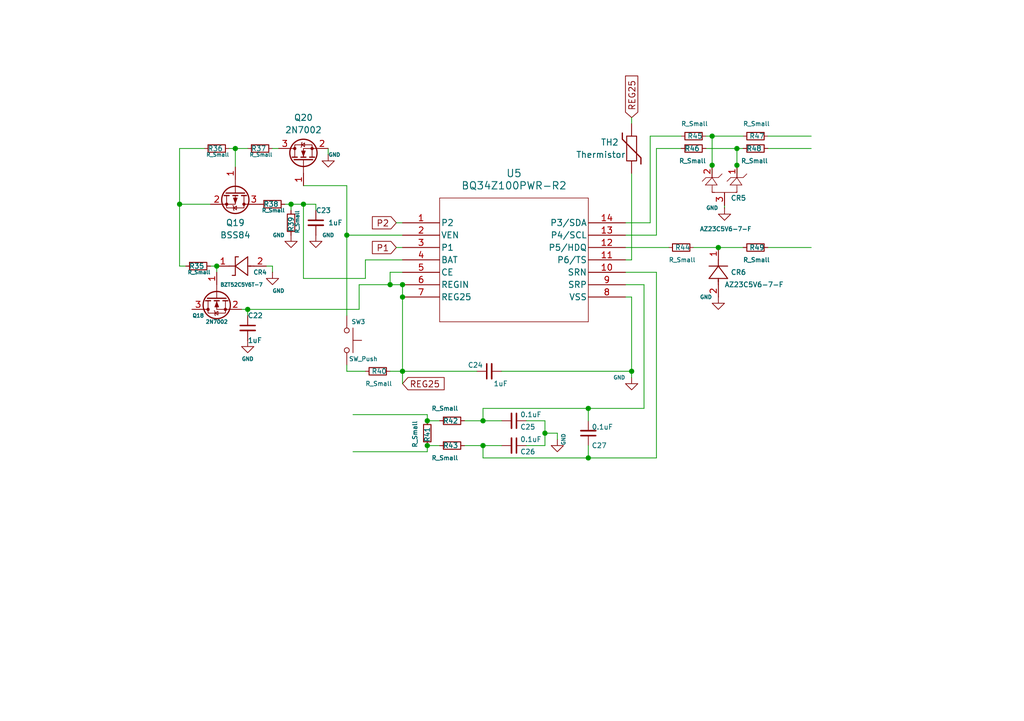
<source format=kicad_sch>
(kicad_sch
	(version 20250114)
	(generator "eeschema")
	(generator_version "9.0")
	(uuid "e79ef2bd-ff0b-481f-8eff-975877e387b8")
	(paper "A5")
	(lib_symbols
		(symbol "AZ23C5V6-7-F:AZ23C5V6-7-F"
			(pin_names
				(offset 0.254)
			)
			(exclude_from_sim no)
			(in_bom yes)
			(on_board yes)
			(property "Reference" "CR2"
				(at 1.27 -3.81 90)
				(effects
					(font
						(size 1.016 1.016)
					)
					(justify right)
				)
			)
			(property "Value" "AZ23C5V6-7-F"
				(at -5.08 2.54 90)
				(effects
					(font
						(size 0.889 0.889)
					)
					(justify right)
				)
			)
			(property "Footprint" "DIODE3_AZ23C5V6-7-F_DIO"
				(at 13.208 8.382 0)
				(effects
					(font
						(size 1.27 1.27)
						(italic yes)
					)
					(hide yes)
				)
			)
			(property "Datasheet" "AZ23C5V6-7-F"
				(at 7.366 6.35 0)
				(effects
					(font
						(size 1.27 1.27)
						(italic yes)
					)
					(hide yes)
				)
			)
			(property "Description" ""
				(at 0 0 0)
				(effects
					(font
						(size 1.27 1.27)
					)
					(hide yes)
				)
			)
			(property "ki_locked" ""
				(at 0 0 0)
				(effects
					(font
						(size 1.27 1.27)
					)
				)
			)
			(property "ki_keywords" "AZ23C5V6-7-F"
				(at 0 0 0)
				(effects
					(font
						(size 1.27 1.27)
					)
					(hide yes)
				)
			)
			(property "ki_fp_filters" "DIODE3_AZ23C5V6-7-F_DIO DIODE3_AZ23C5V6-7-F_DIO-M DIODE3_AZ23C5V6-7-F_DIO-L"
				(at 0 0 0)
				(effects
					(font
						(size 1.27 1.27)
					)
					(hide yes)
				)
			)
			(symbol "AZ23C5V6-7-F_1_1"
				(polyline
					(pts
						(xy 2.413 0) (xy 2.413 -5.08)
					)
					(stroke
						(width 0.127)
						(type solid)
					)
					(fill
						(type none)
					)
				)
				(polyline
					(pts
						(xy 2.413 -2.54) (xy 2.159 -2.54)
					)
					(stroke
						(width 0.127)
						(type solid)
					)
					(fill
						(type none)
					)
				)
				(polyline
					(pts
						(xy 2.54 0) (xy 3.81 0)
					)
					(stroke
						(width 0.127)
						(type solid)
					)
					(fill
						(type none)
					)
				)
				(polyline
					(pts
						(xy 2.54 -5.08) (xy 3.81 -5.08)
					)
					(stroke
						(width 0.127)
						(type solid)
					)
					(fill
						(type none)
					)
				)
				(polyline
					(pts
						(xy 2.667 0) (xy 2.413 0) (xy 2.413 -0.508)
					)
					(stroke
						(width 0.127)
						(type solid)
					)
					(fill
						(type none)
					)
				)
				(polyline
					(pts
						(xy 2.667 -5.08) (xy 2.413 -5.08) (xy 2.413 -4.826)
					)
					(stroke
						(width 0.127)
						(type solid)
					)
					(fill
						(type none)
					)
				)
				(polyline
					(pts
						(xy 3.937 1.397) (xy 3.937 -1.016)
					)
					(stroke
						(width 0.127)
						(type solid)
					)
					(fill
						(type none)
					)
				)
				(polyline
					(pts
						(xy 3.937 -1.016) (xy 5.461 0)
					)
					(stroke
						(width 0.127)
						(type solid)
					)
					(fill
						(type none)
					)
				)
				(polyline
					(pts
						(xy 3.937 -3.683) (xy 3.937 -6.096)
					)
					(stroke
						(width 0.127)
						(type solid)
					)
					(fill
						(type none)
					)
				)
				(polyline
					(pts
						(xy 3.937 -6.096) (xy 5.461 -5.08)
					)
					(stroke
						(width 0.127)
						(type solid)
					)
					(fill
						(type none)
					)
				)
				(polyline
					(pts
						(xy 5.461 1.27) (xy 4.699 2.032)
					)
					(stroke
						(width 0.127)
						(type solid)
					)
					(fill
						(type none)
					)
				)
				(polyline
					(pts
						(xy 5.461 0) (xy 3.937 1.397)
					)
					(stroke
						(width 0.127)
						(type solid)
					)
					(fill
						(type none)
					)
				)
				(polyline
					(pts
						(xy 5.461 -1.27) (xy 5.461 1.27)
					)
					(stroke
						(width 0.127)
						(type solid)
					)
					(fill
						(type none)
					)
				)
				(polyline
					(pts
						(xy 5.461 -1.27) (xy 6.223 -2.032)
					)
					(stroke
						(width 0.127)
						(type solid)
					)
					(fill
						(type none)
					)
				)
				(polyline
					(pts
						(xy 5.461 -3.81) (xy 4.699 -3.048)
					)
					(stroke
						(width 0.127)
						(type solid)
					)
					(fill
						(type none)
					)
				)
				(polyline
					(pts
						(xy 5.461 -5.08) (xy 3.937 -3.683)
					)
					(stroke
						(width 0.127)
						(type solid)
					)
					(fill
						(type none)
					)
				)
				(polyline
					(pts
						(xy 5.461 -6.35) (xy 5.461 -3.81)
					)
					(stroke
						(width 0.127)
						(type solid)
					)
					(fill
						(type none)
					)
				)
				(polyline
					(pts
						(xy 5.461 -6.35) (xy 6.223 -7.112)
					)
					(stroke
						(width 0.127)
						(type solid)
					)
					(fill
						(type none)
					)
				)
				(pin unspecified line
					(at -0.254 -2.54 0)
					(length 2.54)
					(name ""
						(effects
							(font
								(size 1.27 1.27)
							)
						)
					)
					(number "3"
						(effects
							(font
								(size 1.27 1.27)
							)
						)
					)
				)
				(pin unspecified line
					(at 8.001 0 180)
					(length 2.54)
					(name ""
						(effects
							(font
								(size 1.27 1.27)
							)
						)
					)
					(number "2"
						(effects
							(font
								(size 1.27 1.27)
							)
						)
					)
				)
				(pin unspecified line
					(at 8.001 -5.08 180)
					(length 2.54)
					(name ""
						(effects
							(font
								(size 1.27 1.27)
							)
						)
					)
					(number "1"
						(effects
							(font
								(size 1.27 1.27)
							)
						)
					)
				)
			)
			(symbol "AZ23C5V6-7-F_1_2"
				(polyline
					(pts
						(xy -1.905 3.81) (xy 1.905 3.81)
					)
					(stroke
						(width 0.2032)
						(type default)
					)
					(fill
						(type none)
					)
				)
				(polyline
					(pts
						(xy 0 6.35) (xy -1.905 3.81)
					)
					(stroke
						(width 0.2032)
						(type default)
					)
					(fill
						(type none)
					)
				)
				(polyline
					(pts
						(xy 0 6.35) (xy 0 7.62)
					)
					(stroke
						(width 0.2032)
						(type default)
					)
					(fill
						(type none)
					)
				)
				(polyline
					(pts
						(xy 0 3.175) (xy 0 3.81)
					)
					(stroke
						(width 0.2032)
						(type default)
					)
					(fill
						(type none)
					)
				)
				(polyline
					(pts
						(xy 0 2.54) (xy 0 3.4798)
					)
					(stroke
						(width 0.2032)
						(type default)
					)
					(fill
						(type none)
					)
				)
				(polyline
					(pts
						(xy 1.905 6.35) (xy -1.905 6.35)
					)
					(stroke
						(width 0.2032)
						(type default)
					)
					(fill
						(type none)
					)
				)
				(polyline
					(pts
						(xy 1.905 3.81) (xy 0 6.35)
					)
					(stroke
						(width 0.2032)
						(type default)
					)
					(fill
						(type none)
					)
				)
				(pin unspecified line
					(at 0 10.16 270)
					(length 2.54)
					(name ""
						(effects
							(font
								(size 1.27 1.27)
							)
						)
					)
					(number "1"
						(effects
							(font
								(size 1.27 1.27)
							)
						)
					)
				)
				(pin unspecified line
					(at 0 0 90)
					(length 2.54)
					(name ""
						(effects
							(font
								(size 1.27 1.27)
							)
						)
					)
					(number "2"
						(effects
							(font
								(size 1.27 1.27)
							)
						)
					)
				)
			)
			(embedded_fonts no)
		)
		(symbol "AZ23C5V6-7-F_1"
			(pin_names
				(offset 0.254)
			)
			(exclude_from_sim no)
			(in_bom yes)
			(on_board yes)
			(property "Reference" "CR"
				(at 5.08 4.445 0)
				(effects
					(font
						(size 1.524 1.524)
					)
				)
			)
			(property "Value" "AZ23C5V6-7-F"
				(at 5.08 -3.81 0)
				(effects
					(font
						(size 1.524 1.524)
					)
				)
			)
			(property "Footprint" "DIODE3_AZ23C5V6-7-F_DIO"
				(at 0 0 0)
				(effects
					(font
						(size 1.27 1.27)
						(italic yes)
					)
					(hide yes)
				)
			)
			(property "Datasheet" "AZ23C5V6-7-F"
				(at 0 0 0)
				(effects
					(font
						(size 1.27 1.27)
						(italic yes)
					)
					(hide yes)
				)
			)
			(property "Description" ""
				(at 0 0 0)
				(effects
					(font
						(size 1.27 1.27)
					)
					(hide yes)
				)
			)
			(property "ki_locked" ""
				(at 0 0 0)
				(effects
					(font
						(size 1.27 1.27)
					)
				)
			)
			(property "ki_keywords" "AZ23C5V6-7-F"
				(at 0 0 0)
				(effects
					(font
						(size 1.27 1.27)
					)
					(hide yes)
				)
			)
			(property "ki_fp_filters" "DIODE3_AZ23C5V6-7-F_DIO DIODE3_AZ23C5V6-7-F_DIO-M DIODE3_AZ23C5V6-7-F_DIO-L"
				(at 0 0 0)
				(effects
					(font
						(size 1.27 1.27)
					)
					(hide yes)
				)
			)
			(symbol "AZ23C5V6-7-F_1_1_1"
				(polyline
					(pts
						(xy 2.54 0) (xy 3.4798 0)
					)
					(stroke
						(width 0.2032)
						(type default)
					)
					(fill
						(type none)
					)
				)
				(polyline
					(pts
						(xy 3.175 0) (xy 3.81 0)
					)
					(stroke
						(width 0.2032)
						(type default)
					)
					(fill
						(type none)
					)
				)
				(polyline
					(pts
						(xy 3.81 1.905) (xy 3.81 -1.905)
					)
					(stroke
						(width 0.2032)
						(type default)
					)
					(fill
						(type none)
					)
				)
				(polyline
					(pts
						(xy 3.81 -1.905) (xy 6.35 0)
					)
					(stroke
						(width 0.2032)
						(type default)
					)
					(fill
						(type none)
					)
				)
				(polyline
					(pts
						(xy 6.35 0) (xy 3.81 1.905)
					)
					(stroke
						(width 0.2032)
						(type default)
					)
					(fill
						(type none)
					)
				)
				(polyline
					(pts
						(xy 6.35 0) (xy 7.62 0)
					)
					(stroke
						(width 0.2032)
						(type default)
					)
					(fill
						(type none)
					)
				)
				(polyline
					(pts
						(xy 6.35 -1.905) (xy 6.35 1.905)
					)
					(stroke
						(width 0.2032)
						(type default)
					)
					(fill
						(type none)
					)
				)
				(pin unspecified line
					(at 0 0 0)
					(length 2.54)
					(name ""
						(effects
							(font
								(size 1.27 1.27)
							)
						)
					)
					(number "2"
						(effects
							(font
								(size 1.27 1.27)
							)
						)
					)
				)
				(pin unspecified line
					(at 10.16 0 180)
					(length 2.54)
					(name ""
						(effects
							(font
								(size 1.27 1.27)
							)
						)
					)
					(number "1"
						(effects
							(font
								(size 1.27 1.27)
							)
						)
					)
				)
			)
			(symbol "AZ23C5V6-7-F_1_1_2"
				(polyline
					(pts
						(xy -1.905 3.81) (xy 1.905 3.81)
					)
					(stroke
						(width 0.2032)
						(type default)
					)
					(fill
						(type none)
					)
				)
				(polyline
					(pts
						(xy 0 6.35) (xy -1.905 3.81)
					)
					(stroke
						(width 0.2032)
						(type default)
					)
					(fill
						(type none)
					)
				)
				(polyline
					(pts
						(xy 0 6.35) (xy 0 7.62)
					)
					(stroke
						(width 0.2032)
						(type default)
					)
					(fill
						(type none)
					)
				)
				(polyline
					(pts
						(xy 0 3.175) (xy 0 3.81)
					)
					(stroke
						(width 0.2032)
						(type default)
					)
					(fill
						(type none)
					)
				)
				(polyline
					(pts
						(xy 0 2.54) (xy 0 3.4798)
					)
					(stroke
						(width 0.2032)
						(type default)
					)
					(fill
						(type none)
					)
				)
				(polyline
					(pts
						(xy 1.905 6.35) (xy -1.905 6.35)
					)
					(stroke
						(width 0.2032)
						(type default)
					)
					(fill
						(type none)
					)
				)
				(polyline
					(pts
						(xy 1.905 3.81) (xy 0 6.35)
					)
					(stroke
						(width 0.2032)
						(type default)
					)
					(fill
						(type none)
					)
				)
				(pin unspecified line
					(at 0 10.16 270)
					(length 2.54)
					(name ""
						(effects
							(font
								(size 1.27 1.27)
							)
						)
					)
					(number "1"
						(effects
							(font
								(size 1.27 1.27)
							)
						)
					)
				)
				(pin unspecified line
					(at 0 0 90)
					(length 2.54)
					(name ""
						(effects
							(font
								(size 1.27 1.27)
							)
						)
					)
					(number "2"
						(effects
							(font
								(size 1.27 1.27)
							)
						)
					)
				)
			)
			(embedded_fonts no)
		)
		(symbol "BQ34Z100PWR-R2:BQ34Z100PWR-R2"
			(pin_names
				(offset 0.254)
			)
			(exclude_from_sim no)
			(in_bom yes)
			(on_board yes)
			(property "Reference" "U"
				(at 22.86 10.16 0)
				(effects
					(font
						(size 1.524 1.524)
					)
				)
			)
			(property "Value" "BQ34Z100PWR-R2"
				(at 22.86 7.62 0)
				(effects
					(font
						(size 1.524 1.524)
					)
				)
			)
			(property "Footprint" "PW14_TEX"
				(at 0 0 0)
				(effects
					(font
						(size 1.27 1.27)
						(italic yes)
					)
					(hide yes)
				)
			)
			(property "Datasheet" "BQ34Z100PWR-R2"
				(at 0 0 0)
				(effects
					(font
						(size 1.27 1.27)
						(italic yes)
					)
					(hide yes)
				)
			)
			(property "Description" ""
				(at 0 0 0)
				(effects
					(font
						(size 1.27 1.27)
					)
					(hide yes)
				)
			)
			(property "ki_locked" ""
				(at 0 0 0)
				(effects
					(font
						(size 1.27 1.27)
					)
				)
			)
			(property "ki_keywords" "BQ34Z100PWR-R2"
				(at 0 0 0)
				(effects
					(font
						(size 1.27 1.27)
					)
					(hide yes)
				)
			)
			(property "ki_fp_filters" "PW14_TEX PW14_TEX-M PW14_TEX-L"
				(at 0 0 0)
				(effects
					(font
						(size 1.27 1.27)
					)
					(hide yes)
				)
			)
			(symbol "BQ34Z100PWR-R2_0_1"
				(polyline
					(pts
						(xy 7.62 5.08) (xy 7.62 -20.32)
					)
					(stroke
						(width 0.127)
						(type default)
					)
					(fill
						(type none)
					)
				)
				(polyline
					(pts
						(xy 7.62 -20.32) (xy 38.1 -20.32)
					)
					(stroke
						(width 0.127)
						(type default)
					)
					(fill
						(type none)
					)
				)
				(polyline
					(pts
						(xy 38.1 5.08) (xy 7.62 5.08)
					)
					(stroke
						(width 0.127)
						(type default)
					)
					(fill
						(type none)
					)
				)
				(polyline
					(pts
						(xy 38.1 -20.32) (xy 38.1 5.08)
					)
					(stroke
						(width 0.127)
						(type default)
					)
					(fill
						(type none)
					)
				)
				(pin output line
					(at 0 0 0)
					(length 7.62)
					(name "P2"
						(effects
							(font
								(size 1.27 1.27)
							)
						)
					)
					(number "1"
						(effects
							(font
								(size 1.27 1.27)
							)
						)
					)
				)
				(pin output line
					(at 0 -2.54 0)
					(length 7.62)
					(name "VEN"
						(effects
							(font
								(size 1.27 1.27)
							)
						)
					)
					(number "2"
						(effects
							(font
								(size 1.27 1.27)
							)
						)
					)
				)
				(pin output line
					(at 0 -5.08 0)
					(length 7.62)
					(name "P1"
						(effects
							(font
								(size 1.27 1.27)
							)
						)
					)
					(number "3"
						(effects
							(font
								(size 1.27 1.27)
							)
						)
					)
				)
				(pin input line
					(at 0 -7.62 0)
					(length 7.62)
					(name "BAT"
						(effects
							(font
								(size 1.27 1.27)
							)
						)
					)
					(number "4"
						(effects
							(font
								(size 1.27 1.27)
							)
						)
					)
				)
				(pin input line
					(at 0 -10.16 0)
					(length 7.62)
					(name "CE"
						(effects
							(font
								(size 1.27 1.27)
							)
						)
					)
					(number "5"
						(effects
							(font
								(size 1.27 1.27)
							)
						)
					)
				)
				(pin power_in line
					(at 0 -12.7 0)
					(length 7.62)
					(name "REGIN"
						(effects
							(font
								(size 1.27 1.27)
							)
						)
					)
					(number "6"
						(effects
							(font
								(size 1.27 1.27)
							)
						)
					)
				)
				(pin power_in line
					(at 0 -15.24 0)
					(length 7.62)
					(name "REG25"
						(effects
							(font
								(size 1.27 1.27)
							)
						)
					)
					(number "7"
						(effects
							(font
								(size 1.27 1.27)
							)
						)
					)
				)
				(pin bidirectional line
					(at 45.72 0 180)
					(length 7.62)
					(name "P3/SDA"
						(effects
							(font
								(size 1.27 1.27)
							)
						)
					)
					(number "14"
						(effects
							(font
								(size 1.27 1.27)
							)
						)
					)
				)
				(pin input line
					(at 45.72 -2.54 180)
					(length 7.62)
					(name "P4/SCL"
						(effects
							(font
								(size 1.27 1.27)
							)
						)
					)
					(number "13"
						(effects
							(font
								(size 1.27 1.27)
							)
						)
					)
				)
				(pin bidirectional line
					(at 45.72 -5.08 180)
					(length 7.62)
					(name "P5/HDQ"
						(effects
							(font
								(size 1.27 1.27)
							)
						)
					)
					(number "12"
						(effects
							(font
								(size 1.27 1.27)
							)
						)
					)
				)
				(pin input line
					(at 45.72 -7.62 180)
					(length 7.62)
					(name "P6/TS"
						(effects
							(font
								(size 1.27 1.27)
							)
						)
					)
					(number "11"
						(effects
							(font
								(size 1.27 1.27)
							)
						)
					)
				)
				(pin input line
					(at 45.72 -10.16 180)
					(length 7.62)
					(name "SRN"
						(effects
							(font
								(size 1.27 1.27)
							)
						)
					)
					(number "10"
						(effects
							(font
								(size 1.27 1.27)
							)
						)
					)
				)
				(pin input line
					(at 45.72 -12.7 180)
					(length 7.62)
					(name "SRP"
						(effects
							(font
								(size 1.27 1.27)
							)
						)
					)
					(number "9"
						(effects
							(font
								(size 1.27 1.27)
							)
						)
					)
				)
				(pin power_in line
					(at 45.72 -15.24 180)
					(length 7.62)
					(name "VSS"
						(effects
							(font
								(size 1.27 1.27)
							)
						)
					)
					(number "8"
						(effects
							(font
								(size 1.27 1.27)
							)
						)
					)
				)
			)
			(embedded_fonts no)
		)
		(symbol "BZT52C5V6T:BZT52C5V6T-7"
			(pin_names
				(offset 0.254)
			)
			(exclude_from_sim no)
			(in_bom yes)
			(on_board yes)
			(property "Reference" "CR"
				(at 5.08 4.445 0)
				(effects
					(font
						(size 1.524 1.524)
					)
				)
			)
			(property "Value" "BZT52C5V6T-7"
				(at 5.08 -3.81 0)
				(effects
					(font
						(size 1.524 1.524)
					)
				)
			)
			(property "Footprint" "ZDO_SOD123_DIO"
				(at 0 0 0)
				(effects
					(font
						(size 1.27 1.27)
						(italic yes)
					)
					(hide yes)
				)
			)
			(property "Datasheet" "BZT52C5V6T-7"
				(at 0 0 0)
				(effects
					(font
						(size 1.27 1.27)
						(italic yes)
					)
					(hide yes)
				)
			)
			(property "Description" ""
				(at 0 0 0)
				(effects
					(font
						(size 1.27 1.27)
					)
					(hide yes)
				)
			)
			(property "ki_locked" ""
				(at 0 0 0)
				(effects
					(font
						(size 1.27 1.27)
					)
				)
			)
			(property "ki_keywords" "BZT52C5V6T-7"
				(at 0 0 0)
				(effects
					(font
						(size 1.27 1.27)
					)
					(hide yes)
				)
			)
			(property "ki_fp_filters" "ZDO_SOD123_DIO ZDO_SOD123_DIO-M ZDO_SOD123_DIO-L"
				(at 0 0 0)
				(effects
					(font
						(size 1.27 1.27)
					)
					(hide yes)
				)
			)
			(symbol "BZT52C5V6T-7_0_1"
				(polyline
					(pts
						(xy 2.54 0) (xy 3.4798 0)
					)
					(stroke
						(width 0.2032)
						(type default)
					)
					(fill
						(type none)
					)
				)
				(polyline
					(pts
						(xy 3.175 0) (xy 3.81 0)
					)
					(stroke
						(width 0.2032)
						(type default)
					)
					(fill
						(type none)
					)
				)
				(polyline
					(pts
						(xy 3.81 1.905) (xy 3.81 -1.905)
					)
					(stroke
						(width 0.2032)
						(type default)
					)
					(fill
						(type none)
					)
				)
				(polyline
					(pts
						(xy 3.81 -1.905) (xy 6.35 0)
					)
					(stroke
						(width 0.2032)
						(type default)
					)
					(fill
						(type none)
					)
				)
				(polyline
					(pts
						(xy 6.35 1.905) (xy 6.985 1.905)
					)
					(stroke
						(width 0.2032)
						(type default)
					)
					(fill
						(type none)
					)
				)
				(polyline
					(pts
						(xy 6.35 0) (xy 3.81 1.905)
					)
					(stroke
						(width 0.2032)
						(type default)
					)
					(fill
						(type none)
					)
				)
				(polyline
					(pts
						(xy 6.35 0) (xy 7.62 0)
					)
					(stroke
						(width 0.2032)
						(type default)
					)
					(fill
						(type none)
					)
				)
				(polyline
					(pts
						(xy 6.35 -1.905) (xy 5.715 -1.905)
					)
					(stroke
						(width 0.2032)
						(type default)
					)
					(fill
						(type none)
					)
				)
				(polyline
					(pts
						(xy 6.35 -1.905) (xy 6.35 1.905)
					)
					(stroke
						(width 0.2032)
						(type default)
					)
					(fill
						(type none)
					)
				)
				(pin unspecified line
					(at 0 0 0)
					(length 2.54)
					(name ""
						(effects
							(font
								(size 1.27 1.27)
							)
						)
					)
					(number "2"
						(effects
							(font
								(size 1.27 1.27)
							)
						)
					)
				)
				(pin unspecified line
					(at 10.16 0 180)
					(length 2.54)
					(name ""
						(effects
							(font
								(size 1.27 1.27)
							)
						)
					)
					(number "1"
						(effects
							(font
								(size 1.27 1.27)
							)
						)
					)
				)
			)
			(embedded_fonts no)
		)
		(symbol "Device:C_Small"
			(pin_numbers
				(hide yes)
			)
			(pin_names
				(offset 0.254)
				(hide yes)
			)
			(exclude_from_sim no)
			(in_bom yes)
			(on_board yes)
			(property "Reference" "C"
				(at 0.254 1.778 0)
				(effects
					(font
						(size 1.27 1.27)
					)
					(justify left)
				)
			)
			(property "Value" "C_Small"
				(at 0.254 -2.032 0)
				(effects
					(font
						(size 1.27 1.27)
					)
					(justify left)
				)
			)
			(property "Footprint" ""
				(at 0 0 0)
				(effects
					(font
						(size 1.27 1.27)
					)
					(hide yes)
				)
			)
			(property "Datasheet" "~"
				(at 0 0 0)
				(effects
					(font
						(size 1.27 1.27)
					)
					(hide yes)
				)
			)
			(property "Description" "Unpolarized capacitor, small symbol"
				(at 0 0 0)
				(effects
					(font
						(size 1.27 1.27)
					)
					(hide yes)
				)
			)
			(property "ki_keywords" "capacitor cap"
				(at 0 0 0)
				(effects
					(font
						(size 1.27 1.27)
					)
					(hide yes)
				)
			)
			(property "ki_fp_filters" "C_*"
				(at 0 0 0)
				(effects
					(font
						(size 1.27 1.27)
					)
					(hide yes)
				)
			)
			(symbol "C_Small_0_1"
				(polyline
					(pts
						(xy -1.524 0.508) (xy 1.524 0.508)
					)
					(stroke
						(width 0.3048)
						(type default)
					)
					(fill
						(type none)
					)
				)
				(polyline
					(pts
						(xy -1.524 -0.508) (xy 1.524 -0.508)
					)
					(stroke
						(width 0.3302)
						(type default)
					)
					(fill
						(type none)
					)
				)
			)
			(symbol "C_Small_1_1"
				(pin passive line
					(at 0 2.54 270)
					(length 2.032)
					(name "~"
						(effects
							(font
								(size 1.27 1.27)
							)
						)
					)
					(number "1"
						(effects
							(font
								(size 1.27 1.27)
							)
						)
					)
				)
				(pin passive line
					(at 0 -2.54 90)
					(length 2.032)
					(name "~"
						(effects
							(font
								(size 1.27 1.27)
							)
						)
					)
					(number "2"
						(effects
							(font
								(size 1.27 1.27)
							)
						)
					)
				)
			)
			(embedded_fonts no)
		)
		(symbol "Device:R_Small"
			(pin_numbers
				(hide yes)
			)
			(pin_names
				(offset 0.254)
				(hide yes)
			)
			(exclude_from_sim no)
			(in_bom yes)
			(on_board yes)
			(property "Reference" "R"
				(at 0 0 90)
				(effects
					(font
						(size 1.016 1.016)
					)
				)
			)
			(property "Value" "R_Small"
				(at 1.778 0 90)
				(effects
					(font
						(size 1.27 1.27)
					)
				)
			)
			(property "Footprint" ""
				(at 0 0 0)
				(effects
					(font
						(size 1.27 1.27)
					)
					(hide yes)
				)
			)
			(property "Datasheet" "~"
				(at 0 0 0)
				(effects
					(font
						(size 1.27 1.27)
					)
					(hide yes)
				)
			)
			(property "Description" "Resistor, small symbol"
				(at 0 0 0)
				(effects
					(font
						(size 1.27 1.27)
					)
					(hide yes)
				)
			)
			(property "ki_keywords" "R resistor"
				(at 0 0 0)
				(effects
					(font
						(size 1.27 1.27)
					)
					(hide yes)
				)
			)
			(property "ki_fp_filters" "R_*"
				(at 0 0 0)
				(effects
					(font
						(size 1.27 1.27)
					)
					(hide yes)
				)
			)
			(symbol "R_Small_0_1"
				(rectangle
					(start -0.762 1.778)
					(end 0.762 -1.778)
					(stroke
						(width 0.2032)
						(type default)
					)
					(fill
						(type none)
					)
				)
			)
			(symbol "R_Small_1_1"
				(pin passive line
					(at 0 2.54 270)
					(length 0.762)
					(name "~"
						(effects
							(font
								(size 1.27 1.27)
							)
						)
					)
					(number "1"
						(effects
							(font
								(size 1.27 1.27)
							)
						)
					)
				)
				(pin passive line
					(at 0 -2.54 90)
					(length 0.762)
					(name "~"
						(effects
							(font
								(size 1.27 1.27)
							)
						)
					)
					(number "2"
						(effects
							(font
								(size 1.27 1.27)
							)
						)
					)
				)
			)
			(embedded_fonts no)
		)
		(symbol "Device:Thermistor"
			(pin_numbers
				(hide yes)
			)
			(pin_names
				(offset 0)
			)
			(exclude_from_sim no)
			(in_bom yes)
			(on_board yes)
			(property "Reference" "TH"
				(at 2.54 1.27 90)
				(effects
					(font
						(size 1.27 1.27)
					)
				)
			)
			(property "Value" "Thermistor"
				(at -2.54 0 90)
				(effects
					(font
						(size 1.27 1.27)
					)
					(justify bottom)
				)
			)
			(property "Footprint" ""
				(at 0 0 0)
				(effects
					(font
						(size 1.27 1.27)
					)
					(hide yes)
				)
			)
			(property "Datasheet" "~"
				(at 0 0 0)
				(effects
					(font
						(size 1.27 1.27)
					)
					(hide yes)
				)
			)
			(property "Description" "Temperature dependent resistor"
				(at 0 0 0)
				(effects
					(font
						(size 1.27 1.27)
					)
					(hide yes)
				)
			)
			(property "ki_keywords" "R res thermistor"
				(at 0 0 0)
				(effects
					(font
						(size 1.27 1.27)
					)
					(hide yes)
				)
			)
			(property "ki_fp_filters" "R_*"
				(at 0 0 0)
				(effects
					(font
						(size 1.27 1.27)
					)
					(hide yes)
				)
			)
			(symbol "Thermistor_0_1"
				(polyline
					(pts
						(xy -1.905 3.175) (xy -1.905 1.905) (xy 1.905 -1.905) (xy 1.905 -3.175) (xy 1.905 -3.175)
					)
					(stroke
						(width 0.254)
						(type default)
					)
					(fill
						(type none)
					)
				)
				(rectangle
					(start -1.016 2.54)
					(end 1.016 -2.54)
					(stroke
						(width 0.2032)
						(type default)
					)
					(fill
						(type none)
					)
				)
			)
			(symbol "Thermistor_1_1"
				(pin passive line
					(at 0 5.08 270)
					(length 2.54)
					(name "~"
						(effects
							(font
								(size 1.27 1.27)
							)
						)
					)
					(number "1"
						(effects
							(font
								(size 1.27 1.27)
							)
						)
					)
				)
				(pin passive line
					(at 0 -5.08 90)
					(length 2.54)
					(name "~"
						(effects
							(font
								(size 1.27 1.27)
							)
						)
					)
					(number "2"
						(effects
							(font
								(size 1.27 1.27)
							)
						)
					)
				)
			)
			(embedded_fonts no)
		)
		(symbol "Switch:SW_Push"
			(pin_numbers
				(hide yes)
			)
			(pin_names
				(offset 1.016)
				(hide yes)
			)
			(exclude_from_sim no)
			(in_bom yes)
			(on_board yes)
			(property "Reference" "SW"
				(at 1.27 2.54 0)
				(effects
					(font
						(size 1.27 1.27)
					)
					(justify left)
				)
			)
			(property "Value" "SW_Push"
				(at 0 -1.524 0)
				(effects
					(font
						(size 1.27 1.27)
					)
				)
			)
			(property "Footprint" ""
				(at 0 5.08 0)
				(effects
					(font
						(size 1.27 1.27)
					)
					(hide yes)
				)
			)
			(property "Datasheet" "~"
				(at 0 5.08 0)
				(effects
					(font
						(size 1.27 1.27)
					)
					(hide yes)
				)
			)
			(property "Description" "Push button switch, generic, two pins"
				(at 0 0 0)
				(effects
					(font
						(size 1.27 1.27)
					)
					(hide yes)
				)
			)
			(property "ki_keywords" "switch normally-open pushbutton push-button"
				(at 0 0 0)
				(effects
					(font
						(size 1.27 1.27)
					)
					(hide yes)
				)
			)
			(symbol "SW_Push_0_1"
				(circle
					(center -2.032 0)
					(radius 0.508)
					(stroke
						(width 0)
						(type default)
					)
					(fill
						(type none)
					)
				)
				(polyline
					(pts
						(xy 0 1.27) (xy 0 3.048)
					)
					(stroke
						(width 0)
						(type default)
					)
					(fill
						(type none)
					)
				)
				(circle
					(center 2.032 0)
					(radius 0.508)
					(stroke
						(width 0)
						(type default)
					)
					(fill
						(type none)
					)
				)
				(polyline
					(pts
						(xy 2.54 1.27) (xy -2.54 1.27)
					)
					(stroke
						(width 0)
						(type default)
					)
					(fill
						(type none)
					)
				)
				(pin passive line
					(at -5.08 0 0)
					(length 2.54)
					(name "1"
						(effects
							(font
								(size 1.27 1.27)
							)
						)
					)
					(number "1"
						(effects
							(font
								(size 1.27 1.27)
							)
						)
					)
				)
				(pin passive line
					(at 5.08 0 180)
					(length 2.54)
					(name "2"
						(effects
							(font
								(size 1.27 1.27)
							)
						)
					)
					(number "2"
						(effects
							(font
								(size 1.27 1.27)
							)
						)
					)
				)
			)
			(embedded_fonts no)
		)
		(symbol "Transistor_FET:2N7002"
			(pin_names
				(hide yes)
			)
			(exclude_from_sim no)
			(in_bom yes)
			(on_board yes)
			(property "Reference" "Q"
				(at 5.08 1.905 0)
				(effects
					(font
						(size 1.27 1.27)
					)
					(justify left)
				)
			)
			(property "Value" "2N7002"
				(at 5.08 0 0)
				(effects
					(font
						(size 1.27 1.27)
					)
					(justify left)
				)
			)
			(property "Footprint" "Package_TO_SOT_SMD:SOT-23"
				(at 5.08 -1.905 0)
				(effects
					(font
						(size 1.27 1.27)
						(italic yes)
					)
					(justify left)
					(hide yes)
				)
			)
			(property "Datasheet" "https://www.onsemi.com/pub/Collateral/NDS7002A-D.PDF"
				(at 5.08 -3.81 0)
				(effects
					(font
						(size 1.27 1.27)
					)
					(justify left)
					(hide yes)
				)
			)
			(property "Description" "0.115A Id, 60V Vds, N-Channel MOSFET, SOT-23"
				(at 0 0 0)
				(effects
					(font
						(size 1.27 1.27)
					)
					(hide yes)
				)
			)
			(property "ki_keywords" "N-Channel Switching MOSFET"
				(at 0 0 0)
				(effects
					(font
						(size 1.27 1.27)
					)
					(hide yes)
				)
			)
			(property "ki_fp_filters" "SOT?23*"
				(at 0 0 0)
				(effects
					(font
						(size 1.27 1.27)
					)
					(hide yes)
				)
			)
			(symbol "2N7002_0_1"
				(polyline
					(pts
						(xy 0.254 1.905) (xy 0.254 -1.905)
					)
					(stroke
						(width 0.254)
						(type default)
					)
					(fill
						(type none)
					)
				)
				(polyline
					(pts
						(xy 0.254 0) (xy -2.54 0)
					)
					(stroke
						(width 0)
						(type default)
					)
					(fill
						(type none)
					)
				)
				(polyline
					(pts
						(xy 0.762 2.286) (xy 0.762 1.27)
					)
					(stroke
						(width 0.254)
						(type default)
					)
					(fill
						(type none)
					)
				)
				(polyline
					(pts
						(xy 0.762 0.508) (xy 0.762 -0.508)
					)
					(stroke
						(width 0.254)
						(type default)
					)
					(fill
						(type none)
					)
				)
				(polyline
					(pts
						(xy 0.762 -1.27) (xy 0.762 -2.286)
					)
					(stroke
						(width 0.254)
						(type default)
					)
					(fill
						(type none)
					)
				)
				(polyline
					(pts
						(xy 0.762 -1.778) (xy 3.302 -1.778) (xy 3.302 1.778) (xy 0.762 1.778)
					)
					(stroke
						(width 0)
						(type default)
					)
					(fill
						(type none)
					)
				)
				(polyline
					(pts
						(xy 1.016 0) (xy 2.032 0.381) (xy 2.032 -0.381) (xy 1.016 0)
					)
					(stroke
						(width 0)
						(type default)
					)
					(fill
						(type outline)
					)
				)
				(circle
					(center 1.651 0)
					(radius 2.794)
					(stroke
						(width 0.254)
						(type default)
					)
					(fill
						(type none)
					)
				)
				(polyline
					(pts
						(xy 2.54 2.54) (xy 2.54 1.778)
					)
					(stroke
						(width 0)
						(type default)
					)
					(fill
						(type none)
					)
				)
				(circle
					(center 2.54 1.778)
					(radius 0.254)
					(stroke
						(width 0)
						(type default)
					)
					(fill
						(type outline)
					)
				)
				(circle
					(center 2.54 -1.778)
					(radius 0.254)
					(stroke
						(width 0)
						(type default)
					)
					(fill
						(type outline)
					)
				)
				(polyline
					(pts
						(xy 2.54 -2.54) (xy 2.54 0) (xy 0.762 0)
					)
					(stroke
						(width 0)
						(type default)
					)
					(fill
						(type none)
					)
				)
				(polyline
					(pts
						(xy 2.794 0.508) (xy 2.921 0.381) (xy 3.683 0.381) (xy 3.81 0.254)
					)
					(stroke
						(width 0)
						(type default)
					)
					(fill
						(type none)
					)
				)
				(polyline
					(pts
						(xy 3.302 0.381) (xy 2.921 -0.254) (xy 3.683 -0.254) (xy 3.302 0.381)
					)
					(stroke
						(width 0)
						(type default)
					)
					(fill
						(type none)
					)
				)
			)
			(symbol "2N7002_1_1"
				(pin input line
					(at -5.08 0 0)
					(length 2.54)
					(name "G"
						(effects
							(font
								(size 1.27 1.27)
							)
						)
					)
					(number "1"
						(effects
							(font
								(size 1.27 1.27)
							)
						)
					)
				)
				(pin passive line
					(at 2.54 5.08 270)
					(length 2.54)
					(name "D"
						(effects
							(font
								(size 1.27 1.27)
							)
						)
					)
					(number "3"
						(effects
							(font
								(size 1.27 1.27)
							)
						)
					)
				)
				(pin passive line
					(at 2.54 -5.08 90)
					(length 2.54)
					(name "S"
						(effects
							(font
								(size 1.27 1.27)
							)
						)
					)
					(number "2"
						(effects
							(font
								(size 1.27 1.27)
							)
						)
					)
				)
			)
			(embedded_fonts no)
		)
		(symbol "Transistor_FET:BSS84"
			(pin_names
				(hide yes)
			)
			(exclude_from_sim no)
			(in_bom yes)
			(on_board yes)
			(property "Reference" "Q"
				(at 5.08 1.905 0)
				(effects
					(font
						(size 1.27 1.27)
					)
					(justify left)
				)
			)
			(property "Value" "BSS84"
				(at 5.08 0 0)
				(effects
					(font
						(size 1.27 1.27)
					)
					(justify left)
				)
			)
			(property "Footprint" "Package_TO_SOT_SMD:SOT-23"
				(at 5.08 -1.905 0)
				(effects
					(font
						(size 1.27 1.27)
						(italic yes)
					)
					(justify left)
					(hide yes)
				)
			)
			(property "Datasheet" "http://assets.nexperia.com/documents/data-sheet/BSS84.pdf"
				(at 5.08 -3.81 0)
				(effects
					(font
						(size 1.27 1.27)
					)
					(justify left)
					(hide yes)
				)
			)
			(property "Description" "-0.13A Id, -50V Vds, P-Channel MOSFET, SOT-23"
				(at 0 0 0)
				(effects
					(font
						(size 1.27 1.27)
					)
					(hide yes)
				)
			)
			(property "ki_keywords" "P-Channel MOSFET"
				(at 0 0 0)
				(effects
					(font
						(size 1.27 1.27)
					)
					(hide yes)
				)
			)
			(property "ki_fp_filters" "SOT?23*"
				(at 0 0 0)
				(effects
					(font
						(size 1.27 1.27)
					)
					(hide yes)
				)
			)
			(symbol "BSS84_0_1"
				(polyline
					(pts
						(xy 0.254 1.905) (xy 0.254 -1.905)
					)
					(stroke
						(width 0.254)
						(type default)
					)
					(fill
						(type none)
					)
				)
				(polyline
					(pts
						(xy 0.254 0) (xy -2.54 0)
					)
					(stroke
						(width 0)
						(type default)
					)
					(fill
						(type none)
					)
				)
				(polyline
					(pts
						(xy 0.762 2.286) (xy 0.762 1.27)
					)
					(stroke
						(width 0.254)
						(type default)
					)
					(fill
						(type none)
					)
				)
				(polyline
					(pts
						(xy 0.762 1.778) (xy 3.302 1.778) (xy 3.302 -1.778) (xy 0.762 -1.778)
					)
					(stroke
						(width 0)
						(type default)
					)
					(fill
						(type none)
					)
				)
				(polyline
					(pts
						(xy 0.762 0.508) (xy 0.762 -0.508)
					)
					(stroke
						(width 0.254)
						(type default)
					)
					(fill
						(type none)
					)
				)
				(polyline
					(pts
						(xy 0.762 -1.27) (xy 0.762 -2.286)
					)
					(stroke
						(width 0.254)
						(type default)
					)
					(fill
						(type none)
					)
				)
				(circle
					(center 1.651 0)
					(radius 2.794)
					(stroke
						(width 0.254)
						(type default)
					)
					(fill
						(type none)
					)
				)
				(polyline
					(pts
						(xy 2.286 0) (xy 1.27 0.381) (xy 1.27 -0.381) (xy 2.286 0)
					)
					(stroke
						(width 0)
						(type default)
					)
					(fill
						(type outline)
					)
				)
				(polyline
					(pts
						(xy 2.54 2.54) (xy 2.54 1.778)
					)
					(stroke
						(width 0)
						(type default)
					)
					(fill
						(type none)
					)
				)
				(circle
					(center 2.54 1.778)
					(radius 0.254)
					(stroke
						(width 0)
						(type default)
					)
					(fill
						(type outline)
					)
				)
				(circle
					(center 2.54 -1.778)
					(radius 0.254)
					(stroke
						(width 0)
						(type default)
					)
					(fill
						(type outline)
					)
				)
				(polyline
					(pts
						(xy 2.54 -2.54) (xy 2.54 0) (xy 0.762 0)
					)
					(stroke
						(width 0)
						(type default)
					)
					(fill
						(type none)
					)
				)
				(polyline
					(pts
						(xy 2.794 -0.508) (xy 2.921 -0.381) (xy 3.683 -0.381) (xy 3.81 -0.254)
					)
					(stroke
						(width 0)
						(type default)
					)
					(fill
						(type none)
					)
				)
				(polyline
					(pts
						(xy 3.302 -0.381) (xy 2.921 0.254) (xy 3.683 0.254) (xy 3.302 -0.381)
					)
					(stroke
						(width 0)
						(type default)
					)
					(fill
						(type none)
					)
				)
			)
			(symbol "BSS84_1_1"
				(pin input line
					(at -5.08 0 0)
					(length 2.54)
					(name "G"
						(effects
							(font
								(size 1.27 1.27)
							)
						)
					)
					(number "1"
						(effects
							(font
								(size 1.27 1.27)
							)
						)
					)
				)
				(pin passive line
					(at 2.54 5.08 270)
					(length 2.54)
					(name "D"
						(effects
							(font
								(size 1.27 1.27)
							)
						)
					)
					(number "3"
						(effects
							(font
								(size 1.27 1.27)
							)
						)
					)
				)
				(pin passive line
					(at 2.54 -5.08 90)
					(length 2.54)
					(name "S"
						(effects
							(font
								(size 1.27 1.27)
							)
						)
					)
					(number "2"
						(effects
							(font
								(size 1.27 1.27)
							)
						)
					)
				)
			)
			(embedded_fonts no)
		)
		(symbol "power:GND"
			(power)
			(pin_numbers
				(hide yes)
			)
			(pin_names
				(offset 0)
				(hide yes)
			)
			(exclude_from_sim no)
			(in_bom yes)
			(on_board yes)
			(property "Reference" "#PWR"
				(at 0 -6.35 0)
				(effects
					(font
						(size 1.27 1.27)
					)
					(hide yes)
				)
			)
			(property "Value" "GND"
				(at 0 -3.81 0)
				(effects
					(font
						(size 1.27 1.27)
					)
				)
			)
			(property "Footprint" ""
				(at 0 0 0)
				(effects
					(font
						(size 1.27 1.27)
					)
					(hide yes)
				)
			)
			(property "Datasheet" ""
				(at 0 0 0)
				(effects
					(font
						(size 1.27 1.27)
					)
					(hide yes)
				)
			)
			(property "Description" "Power symbol creates a global label with name \"GND\" , ground"
				(at 0 0 0)
				(effects
					(font
						(size 1.27 1.27)
					)
					(hide yes)
				)
			)
			(property "ki_keywords" "global power"
				(at 0 0 0)
				(effects
					(font
						(size 1.27 1.27)
					)
					(hide yes)
				)
			)
			(symbol "GND_0_1"
				(polyline
					(pts
						(xy 0 0) (xy 0 -1.27) (xy 1.27 -1.27) (xy 0 -2.54) (xy -1.27 -1.27) (xy 0 -1.27)
					)
					(stroke
						(width 0)
						(type default)
					)
					(fill
						(type none)
					)
				)
			)
			(symbol "GND_1_1"
				(pin power_in line
					(at 0 0 270)
					(length 0)
					(name "~"
						(effects
							(font
								(size 1.27 1.27)
							)
						)
					)
					(number "1"
						(effects
							(font
								(size 1.27 1.27)
							)
						)
					)
				)
			)
			(embedded_fonts no)
		)
	)
	(junction
		(at 99.06 86.36)
		(diameter 0)
		(color 0 0 0 0)
		(uuid "02fa53bb-074c-4426-ab06-993b8bff0d1f")
	)
	(junction
		(at 82.55 76.2)
		(diameter 0)
		(color 0 0 0 0)
		(uuid "2ea6cd5a-354e-4893-8b7a-e50b5bd0afe4")
	)
	(junction
		(at 99.06 91.44)
		(diameter 0)
		(color 0 0 0 0)
		(uuid "334616da-f86d-428c-bc65-6a1ee1d6845c")
	)
	(junction
		(at 71.12 48.26)
		(diameter 0)
		(color 0 0 0 0)
		(uuid "4376e54a-abaa-45f3-a6ef-581a6fd1b2d9")
	)
	(junction
		(at 36.83 41.91)
		(diameter 0)
		(color 0 0 0 0)
		(uuid "44bb7e01-ba40-483a-8184-bc0ca3d8c9cb")
	)
	(junction
		(at 87.63 91.44)
		(diameter 0)
		(color 0 0 0 0)
		(uuid "585b41cd-82fe-45f1-8f15-71e882c535b5")
	)
	(junction
		(at 151.13 30.48)
		(diameter 0)
		(color 0 0 0 0)
		(uuid "654e84a1-7ca4-4bd3-94c0-0a3f9b5ac197")
	)
	(junction
		(at 62.23 41.91)
		(diameter 0)
		(color 0 0 0 0)
		(uuid "69e4ae2f-dd69-48d6-93b5-305f238b33c9")
	)
	(junction
		(at 120.65 83.82)
		(diameter 0)
		(color 0 0 0 0)
		(uuid "6d58f365-25cb-4be4-9a58-d7392b5e5f8c")
	)
	(junction
		(at 59.69 41.91)
		(diameter 0)
		(color 0 0 0 0)
		(uuid "6f4c5800-5139-4d88-93ac-3fee5ce2bf4e")
	)
	(junction
		(at 120.65 93.98)
		(diameter 0)
		(color 0 0 0 0)
		(uuid "74af7a13-14f1-43b1-9eba-979ef908792b")
	)
	(junction
		(at 129.54 76.2)
		(diameter 0)
		(color 0 0 0 0)
		(uuid "772b8d75-68bb-401b-982c-444f3f225b7c")
	)
	(junction
		(at 48.26 30.48)
		(diameter 0)
		(color 0 0 0 0)
		(uuid "804f34f9-0684-4702-8c10-789692648a4f")
	)
	(junction
		(at 87.63 86.36)
		(diameter 0)
		(color 0 0 0 0)
		(uuid "8057f420-081e-4f9f-aca1-cc0c1f0ecda0")
	)
	(junction
		(at 82.55 58.42)
		(diameter 0)
		(color 0 0 0 0)
		(uuid "8143c307-2a84-40cd-b027-a21c412e2233")
	)
	(junction
		(at 151.13 33.909)
		(diameter 0)
		(color 0 0 0 0)
		(uuid "87b296ef-d68d-4ce5-b889-19390c16b70d")
	)
	(junction
		(at 111.76 88.9)
		(diameter 0)
		(color 0 0 0 0)
		(uuid "97ee5aaa-0934-44f9-b1c5-4a145dbaf123")
	)
	(junction
		(at 146.05 33.909)
		(diameter 0)
		(color 0 0 0 0)
		(uuid "be790a2e-2fc3-4c05-8f8d-cbeba0b67b58")
	)
	(junction
		(at 147.32 50.8)
		(diameter 0)
		(color 0 0 0 0)
		(uuid "c03217d5-1fd2-4e33-9cff-3b71b5a08d9b")
	)
	(junction
		(at 80.01 58.42)
		(diameter 0)
		(color 0 0 0 0)
		(uuid "c912558a-3e9c-4056-bf5b-927157763da1")
	)
	(junction
		(at 146.05 27.94)
		(diameter 0)
		(color 0 0 0 0)
		(uuid "ccbf881f-c772-4491-b10b-c29f5885edb0")
	)
	(junction
		(at 82.55 60.96)
		(diameter 0)
		(color 0 0 0 0)
		(uuid "e8cb7b13-cb3d-45cd-8065-bfb3546287cc")
	)
	(junction
		(at 44.45 54.61)
		(diameter 0)
		(color 0 0 0 0)
		(uuid "ebae77e2-ad86-4ab2-b153-d1fa090427a4")
	)
	(junction
		(at 50.8 63.5)
		(diameter 0)
		(color 0 0 0 0)
		(uuid "fb892174-3a1d-4d3c-8432-ea430e5e7796")
	)
	(wire
		(pts
			(xy 99.06 91.44) (xy 102.87 91.44)
		)
		(stroke
			(width 0)
			(type default)
		)
		(uuid "04f107c5-ded0-43bf-aac1-e0315a84bf4b")
	)
	(wire
		(pts
			(xy 129.54 35.56) (xy 129.54 53.34)
		)
		(stroke
			(width 0)
			(type default)
		)
		(uuid "05b22a60-8aeb-449f-8370-4e5f4e90b00e")
	)
	(wire
		(pts
			(xy 151.13 33.909) (xy 151.13 35.56)
		)
		(stroke
			(width 0)
			(type default)
		)
		(uuid "06677584-0b4b-4bc0-9b7f-d9b2f546e5e1")
	)
	(wire
		(pts
			(xy 128.27 48.26) (xy 134.62 48.26)
		)
		(stroke
			(width 0)
			(type default)
		)
		(uuid "0690f9df-4f23-43cc-9121-81ec7d6d24aa")
	)
	(wire
		(pts
			(xy 62.23 41.91) (xy 64.77 41.91)
		)
		(stroke
			(width 0)
			(type default)
		)
		(uuid "094c7cff-8655-42d6-a8b1-39518475a680")
	)
	(wire
		(pts
			(xy 157.48 50.8) (xy 166.37 50.8)
		)
		(stroke
			(width 0)
			(type default)
		)
		(uuid "09f0682a-e0b3-42fa-9a94-1b1753c1ba2a")
	)
	(wire
		(pts
			(xy 87.63 91.44) (xy 90.17 91.44)
		)
		(stroke
			(width 0)
			(type default)
		)
		(uuid "0c35b210-83c4-4856-9cef-fedfa4d3b13b")
	)
	(wire
		(pts
			(xy 48.26 30.48) (xy 50.8 30.48)
		)
		(stroke
			(width 0)
			(type default)
		)
		(uuid "0c45bc7b-2852-4e8b-b852-8244a4a7fe60")
	)
	(wire
		(pts
			(xy 128.27 50.8) (xy 137.16 50.8)
		)
		(stroke
			(width 0)
			(type default)
		)
		(uuid "112438e0-56a7-462e-a8b1-94b880bd627a")
	)
	(wire
		(pts
			(xy 146.05 27.94) (xy 146.05 33.909)
		)
		(stroke
			(width 0)
			(type default)
		)
		(uuid "12b0efc5-9668-4ca4-8a39-0f53e2ddab7f")
	)
	(wire
		(pts
			(xy 99.06 93.98) (xy 120.65 93.98)
		)
		(stroke
			(width 0)
			(type default)
		)
		(uuid "1642659b-9840-46c6-9a40-bebf0acfb340")
	)
	(wire
		(pts
			(xy 134.62 48.26) (xy 134.62 30.48)
		)
		(stroke
			(width 0)
			(type default)
		)
		(uuid "16ab8088-fdc3-4327-8f62-76dcd7a0c20c")
	)
	(wire
		(pts
			(xy 64.77 41.91) (xy 64.77 43.18)
		)
		(stroke
			(width 0)
			(type default)
		)
		(uuid "17c1bfd0-401e-43db-98a1-500751cb7064")
	)
	(wire
		(pts
			(xy 46.99 30.48) (xy 48.26 30.48)
		)
		(stroke
			(width 0)
			(type default)
		)
		(uuid "193d7bd4-ec1e-4a36-b05d-96e7a246a009")
	)
	(wire
		(pts
			(xy 87.63 91.44) (xy 87.63 92.71)
		)
		(stroke
			(width 0)
			(type default)
		)
		(uuid "1aa85abc-e71d-48fc-adac-a958fa90c73a")
	)
	(wire
		(pts
			(xy 55.88 54.61) (xy 54.61 54.61)
		)
		(stroke
			(width 0)
			(type default)
		)
		(uuid "1dfb4246-e28d-4250-855e-88867ef9aa4a")
	)
	(wire
		(pts
			(xy 129.54 76.2) (xy 129.54 77.47)
		)
		(stroke
			(width 0)
			(type default)
		)
		(uuid "1f9dcfcb-5df5-46e9-8576-d37f109200cd")
	)
	(wire
		(pts
			(xy 36.83 41.91) (xy 43.18 41.91)
		)
		(stroke
			(width 0)
			(type default)
		)
		(uuid "226c3d11-5c6e-4230-8d97-92d866742b38")
	)
	(wire
		(pts
			(xy 157.48 30.48) (xy 166.37 30.48)
		)
		(stroke
			(width 0)
			(type default)
		)
		(uuid "265190ea-d5f0-4e0e-a9fc-162c05b3ec57")
	)
	(wire
		(pts
			(xy 128.27 55.88) (xy 134.62 55.88)
		)
		(stroke
			(width 0)
			(type default)
		)
		(uuid "26543e01-4bd8-4931-99e4-f8262f4d61b0")
	)
	(wire
		(pts
			(xy 114.3 90.17) (xy 114.3 88.9)
		)
		(stroke
			(width 0)
			(type default)
		)
		(uuid "27513906-6499-4f83-a746-06cf16f29de7")
	)
	(wire
		(pts
			(xy 129.54 24.13) (xy 129.54 25.4)
		)
		(stroke
			(width 0)
			(type default)
		)
		(uuid "281b38c3-446e-40f1-9623-1fc662a837ac")
	)
	(wire
		(pts
			(xy 58.42 41.91) (xy 59.69 41.91)
		)
		(stroke
			(width 0)
			(type default)
		)
		(uuid "3013fa2e-3a6b-4314-b51e-6c29cf6fd751")
	)
	(wire
		(pts
			(xy 82.55 58.42) (xy 80.01 58.42)
		)
		(stroke
			(width 0)
			(type default)
		)
		(uuid "31657c9b-3925-41e3-8796-e2e6816f5a5a")
	)
	(wire
		(pts
			(xy 49.53 63.5) (xy 50.8 63.5)
		)
		(stroke
			(width 0)
			(type default)
		)
		(uuid "33a6b8c4-9936-49f9-91f9-4581a221f666")
	)
	(wire
		(pts
			(xy 82.55 76.2) (xy 82.55 78.74)
		)
		(stroke
			(width 0)
			(type default)
		)
		(uuid "3534a650-ee56-418d-928a-0fe21a7f96a7")
	)
	(wire
		(pts
			(xy 129.54 60.96) (xy 129.54 76.2)
		)
		(stroke
			(width 0)
			(type default)
		)
		(uuid "3542f938-d8a2-4985-a9d9-f08ba0c2451b")
	)
	(wire
		(pts
			(xy 99.06 83.82) (xy 120.65 83.82)
		)
		(stroke
			(width 0)
			(type default)
		)
		(uuid "366f447c-950d-4b1a-8716-7dc54735af82")
	)
	(wire
		(pts
			(xy 128.27 45.72) (xy 133.35 45.72)
		)
		(stroke
			(width 0)
			(type default)
		)
		(uuid "3e4d420a-2bbf-476e-8dd4-3effc655db59")
	)
	(wire
		(pts
			(xy 82.55 55.88) (xy 80.01 55.88)
		)
		(stroke
			(width 0)
			(type default)
		)
		(uuid "3ee403f1-d34b-4127-be4c-824cb4b7908e")
	)
	(wire
		(pts
			(xy 74.93 57.15) (xy 62.23 57.15)
		)
		(stroke
			(width 0)
			(type default)
		)
		(uuid "43f54d7f-4574-426e-81a4-fad7f378e3d3")
	)
	(wire
		(pts
			(xy 36.83 54.61) (xy 38.1 54.61)
		)
		(stroke
			(width 0)
			(type default)
		)
		(uuid "45cab8cc-89e4-42a8-9a72-efdf8f47a366")
	)
	(wire
		(pts
			(xy 111.76 86.36) (xy 107.95 86.36)
		)
		(stroke
			(width 0)
			(type default)
		)
		(uuid "461e2461-c663-4914-8923-b63571d8fc91")
	)
	(wire
		(pts
			(xy 62.23 38.1) (xy 71.12 38.1)
		)
		(stroke
			(width 0)
			(type default)
		)
		(uuid "46c04e8a-04d7-4619-bb39-1a72490e6a13")
	)
	(wire
		(pts
			(xy 102.87 76.2) (xy 129.54 76.2)
		)
		(stroke
			(width 0)
			(type default)
		)
		(uuid "47ebe7f7-0243-42e8-a253-cac35ffa267c")
	)
	(wire
		(pts
			(xy 82.55 76.2) (xy 97.79 76.2)
		)
		(stroke
			(width 0)
			(type default)
		)
		(uuid "493d72f1-bf6e-49bb-b649-b638d787d687")
	)
	(wire
		(pts
			(xy 133.35 27.94) (xy 139.7 27.94)
		)
		(stroke
			(width 0)
			(type default)
		)
		(uuid "4b39bc7a-972b-41cc-90c5-5c124b85c7ce")
	)
	(wire
		(pts
			(xy 111.76 88.9) (xy 111.76 86.36)
		)
		(stroke
			(width 0)
			(type default)
		)
		(uuid "4e8fdbd0-4a3f-49ce-959b-705346fe37c3")
	)
	(wire
		(pts
			(xy 132.08 58.42) (xy 132.08 83.82)
		)
		(stroke
			(width 0)
			(type default)
		)
		(uuid "512dd632-aef2-4500-85b5-66bae5351b4e")
	)
	(wire
		(pts
			(xy 151.13 30.48) (xy 151.13 33.909)
		)
		(stroke
			(width 0)
			(type default)
		)
		(uuid "517538e6-6f7a-4d48-84f5-cda8027bd8c6")
	)
	(wire
		(pts
			(xy 48.26 30.48) (xy 48.26 34.29)
		)
		(stroke
			(width 0)
			(type default)
		)
		(uuid "52a543ac-dbc3-47ea-be82-db37eec082ca")
	)
	(wire
		(pts
			(xy 99.06 91.44) (xy 99.06 93.98)
		)
		(stroke
			(width 0)
			(type default)
		)
		(uuid "5701edb4-7785-49cf-abb5-529a8709760d")
	)
	(wire
		(pts
			(xy 128.27 58.42) (xy 132.08 58.42)
		)
		(stroke
			(width 0)
			(type default)
		)
		(uuid "585e3eb8-d02d-4d7e-ac6d-9de75252dc42")
	)
	(wire
		(pts
			(xy 144.78 27.94) (xy 146.05 27.94)
		)
		(stroke
			(width 0)
			(type default)
		)
		(uuid "5a60b09c-358a-4b9b-8102-00c1ac117206")
	)
	(wire
		(pts
			(xy 72.39 85.09) (xy 87.63 85.09)
		)
		(stroke
			(width 0)
			(type default)
		)
		(uuid "5aa2306d-0ea5-41a4-8fe9-ca57e6052a08")
	)
	(wire
		(pts
			(xy 71.12 74.93) (xy 71.12 76.2)
		)
		(stroke
			(width 0)
			(type default)
		)
		(uuid "5ee9d02e-5bac-4ce0-9f19-aab1e40314b9")
	)
	(wire
		(pts
			(xy 55.88 30.48) (xy 57.15 30.48)
		)
		(stroke
			(width 0)
			(type default)
		)
		(uuid "5f3f80c9-a606-4781-8226-e840988c4fca")
	)
	(wire
		(pts
			(xy 71.12 76.2) (xy 74.93 76.2)
		)
		(stroke
			(width 0)
			(type default)
		)
		(uuid "5fecc563-bc00-4b9a-906f-38c828174bf1")
	)
	(wire
		(pts
			(xy 74.93 53.34) (xy 74.93 57.15)
		)
		(stroke
			(width 0)
			(type default)
		)
		(uuid "611c9619-0c7f-40d5-a560-3d3b90f58e36")
	)
	(wire
		(pts
			(xy 95.25 86.36) (xy 99.06 86.36)
		)
		(stroke
			(width 0)
			(type default)
		)
		(uuid "630d120a-4556-4439-8b76-cbb9ea089792")
	)
	(wire
		(pts
			(xy 111.76 91.44) (xy 111.76 88.9)
		)
		(stroke
			(width 0)
			(type default)
		)
		(uuid "6344d5f6-539c-4212-83ef-50b2d0ad61f6")
	)
	(wire
		(pts
			(xy 133.35 45.72) (xy 133.35 27.94)
		)
		(stroke
			(width 0)
			(type default)
		)
		(uuid "64494dbd-eee4-4004-8d30-bb0f5712a34e")
	)
	(wire
		(pts
			(xy 129.54 53.34) (xy 128.27 53.34)
		)
		(stroke
			(width 0)
			(type default)
		)
		(uuid "686931cf-a0df-40be-8dae-93925327ff51")
	)
	(wire
		(pts
			(xy 62.23 41.91) (xy 62.23 57.15)
		)
		(stroke
			(width 0)
			(type default)
		)
		(uuid "6b81725a-c652-4a00-abcd-bf0225c36ca6")
	)
	(wire
		(pts
			(xy 43.18 54.61) (xy 44.45 54.61)
		)
		(stroke
			(width 0)
			(type default)
		)
		(uuid "7011da14-4c11-4dc6-9698-1c56bf32f1a0")
	)
	(wire
		(pts
			(xy 132.08 83.82) (xy 120.65 83.82)
		)
		(stroke
			(width 0)
			(type default)
		)
		(uuid "708a0e7c-87a2-4694-8005-45ad8b005c20")
	)
	(wire
		(pts
			(xy 71.12 38.1) (xy 71.12 48.26)
		)
		(stroke
			(width 0)
			(type default)
		)
		(uuid "71131b0e-5bfa-4533-bdeb-f8e0fdf45908")
	)
	(wire
		(pts
			(xy 41.91 30.48) (xy 36.83 30.48)
		)
		(stroke
			(width 0)
			(type default)
		)
		(uuid "7a6ea816-0234-4ed4-9e0e-1adc7f9036b4")
	)
	(wire
		(pts
			(xy 73.66 58.42) (xy 73.66 63.5)
		)
		(stroke
			(width 0)
			(type default)
		)
		(uuid "866bf664-1320-4884-a045-5b461d2ad7eb")
	)
	(wire
		(pts
			(xy 59.69 43.18) (xy 59.69 41.91)
		)
		(stroke
			(width 0)
			(type default)
		)
		(uuid "874217ec-daf5-4de3-b57f-ad1f129a400a")
	)
	(wire
		(pts
			(xy 107.95 91.44) (xy 111.76 91.44)
		)
		(stroke
			(width 0)
			(type default)
		)
		(uuid "888ab21f-212c-4d05-b2ef-41c3057d9b34")
	)
	(wire
		(pts
			(xy 87.63 86.36) (xy 90.17 86.36)
		)
		(stroke
			(width 0)
			(type default)
		)
		(uuid "88e1c415-8fe7-4ae0-af97-bc15cf20e002")
	)
	(wire
		(pts
			(xy 99.06 86.36) (xy 102.87 86.36)
		)
		(stroke
			(width 0)
			(type default)
		)
		(uuid "91bc2cc7-7d35-4e35-8996-b5d938a0463b")
	)
	(wire
		(pts
			(xy 36.83 41.91) (xy 36.83 54.61)
		)
		(stroke
			(width 0)
			(type default)
		)
		(uuid "942f8ca4-6ccb-4d55-b89f-22ed1f4a4ad1")
	)
	(wire
		(pts
			(xy 82.55 53.34) (xy 74.93 53.34)
		)
		(stroke
			(width 0)
			(type default)
		)
		(uuid "948c59c8-880d-41e1-99cf-ae92a10724d5")
	)
	(wire
		(pts
			(xy 144.78 30.48) (xy 151.13 30.48)
		)
		(stroke
			(width 0)
			(type default)
		)
		(uuid "99a847f8-5a34-474f-bec7-5db7d6e32ad0")
	)
	(wire
		(pts
			(xy 59.69 41.91) (xy 62.23 41.91)
		)
		(stroke
			(width 0)
			(type default)
		)
		(uuid "9df789a0-97a4-4bb2-afc5-6cd73ca0f837")
	)
	(wire
		(pts
			(xy 80.01 76.2) (xy 82.55 76.2)
		)
		(stroke
			(width 0)
			(type default)
		)
		(uuid "a300daea-6f1b-4869-9217-8fa3447b5354")
	)
	(wire
		(pts
			(xy 36.83 30.48) (xy 36.83 41.91)
		)
		(stroke
			(width 0)
			(type default)
		)
		(uuid "a5995bc3-f6c4-46f6-8ee9-73393b2a05ff")
	)
	(wire
		(pts
			(xy 81.28 45.72) (xy 82.55 45.72)
		)
		(stroke
			(width 0)
			(type default)
		)
		(uuid "acf83a01-99f4-42b3-bcbc-eae624474ff9")
	)
	(wire
		(pts
			(xy 146.05 27.94) (xy 152.4 27.94)
		)
		(stroke
			(width 0)
			(type default)
		)
		(uuid "ae991d71-f0c8-49b3-8370-4fab892fdf54")
	)
	(wire
		(pts
			(xy 147.32 50.8) (xy 152.4 50.8)
		)
		(stroke
			(width 0)
			(type default)
		)
		(uuid "ae9a3d01-52b5-45f9-a9e2-eb09ce087616")
	)
	(wire
		(pts
			(xy 111.76 88.9) (xy 114.3 88.9)
		)
		(stroke
			(width 0)
			(type default)
		)
		(uuid "b0e07c9d-f11e-4986-8e0e-d3bc26a350c3")
	)
	(wire
		(pts
			(xy 128.27 60.96) (xy 129.54 60.96)
		)
		(stroke
			(width 0)
			(type default)
		)
		(uuid "b5812c45-e321-48bc-a54a-d6d6be033bcc")
	)
	(wire
		(pts
			(xy 134.62 55.88) (xy 134.62 93.98)
		)
		(stroke
			(width 0)
			(type default)
		)
		(uuid "b86e3cc9-305a-441d-94a0-16b867b1a7a6")
	)
	(wire
		(pts
			(xy 81.28 50.8) (xy 82.55 50.8)
		)
		(stroke
			(width 0)
			(type default)
		)
		(uuid "ba9d529d-d1d6-4215-90a1-bb5990e9306c")
	)
	(wire
		(pts
			(xy 71.12 48.26) (xy 82.55 48.26)
		)
		(stroke
			(width 0)
			(type default)
		)
		(uuid "bb0af18a-ed84-45d7-9b9a-e9cd790bb3ed")
	)
	(wire
		(pts
			(xy 134.62 30.48) (xy 139.7 30.48)
		)
		(stroke
			(width 0)
			(type default)
		)
		(uuid "bd9f1555-68a3-472b-90c6-f2583c12d89b")
	)
	(wire
		(pts
			(xy 72.39 92.71) (xy 87.63 92.71)
		)
		(stroke
			(width 0)
			(type default)
		)
		(uuid "bf336cd6-7f68-420d-b0b6-a1db6d7472eb")
	)
	(wire
		(pts
			(xy 44.45 54.61) (xy 44.45 55.88)
		)
		(stroke
			(width 0)
			(type default)
		)
		(uuid "c3189637-95a7-4bc6-ad77-7bb4eddf7f1d")
	)
	(wire
		(pts
			(xy 82.55 60.96) (xy 82.55 76.2)
		)
		(stroke
			(width 0)
			(type default)
		)
		(uuid "c4f52d9d-8527-479c-92ac-4e2b96f2687b")
	)
	(wire
		(pts
			(xy 71.12 64.77) (xy 71.12 48.26)
		)
		(stroke
			(width 0)
			(type default)
		)
		(uuid "ccb12380-7164-4b7f-a9f9-2cc6036dfc03")
	)
	(wire
		(pts
			(xy 120.65 83.82) (xy 120.65 86.36)
		)
		(stroke
			(width 0)
			(type default)
		)
		(uuid "cf73ffee-b1f7-4fd6-b174-2359b2e7e896")
	)
	(wire
		(pts
			(xy 99.06 83.82) (xy 99.06 86.36)
		)
		(stroke
			(width 0)
			(type default)
		)
		(uuid "d1505a63-5b86-4fc9-a25d-5f8c46a024a1")
	)
	(wire
		(pts
			(xy 151.13 30.48) (xy 152.4 30.48)
		)
		(stroke
			(width 0)
			(type default)
		)
		(uuid "d44cf5dc-7a7a-4a2a-9947-9f72fa9940db")
	)
	(wire
		(pts
			(xy 73.66 58.42) (xy 80.01 58.42)
		)
		(stroke
			(width 0)
			(type default)
		)
		(uuid "d59448d8-4d73-411d-b735-6a180aca39ea")
	)
	(wire
		(pts
			(xy 95.25 91.44) (xy 99.06 91.44)
		)
		(stroke
			(width 0)
			(type default)
		)
		(uuid "db0786c4-e878-4f29-87f9-9e9fe7a726de")
	)
	(wire
		(pts
			(xy 82.55 58.42) (xy 82.55 60.96)
		)
		(stroke
			(width 0)
			(type default)
		)
		(uuid "dc460109-1c11-4cd4-83de-e5ad9ce3f25c")
	)
	(wire
		(pts
			(xy 120.65 91.44) (xy 120.65 93.98)
		)
		(stroke
			(width 0)
			(type default)
		)
		(uuid "e71097c8-f1a8-43b6-b2b4-22a74745a085")
	)
	(wire
		(pts
			(xy 157.48 27.94) (xy 166.37 27.94)
		)
		(stroke
			(width 0)
			(type default)
		)
		(uuid "edfd8346-9f38-4cba-b97e-21ec93279af9")
	)
	(wire
		(pts
			(xy 50.8 63.5) (xy 50.8 64.77)
		)
		(stroke
			(width 0)
			(type default)
		)
		(uuid "f0098b29-9c50-4114-bd87-c5bd9b2a5f52")
	)
	(wire
		(pts
			(xy 50.8 63.5) (xy 73.66 63.5)
		)
		(stroke
			(width 0)
			(type default)
		)
		(uuid "f3498a7b-0176-4670-9f4d-248445430476")
	)
	(wire
		(pts
			(xy 67.31 31.75) (xy 67.31 30.48)
		)
		(stroke
			(width 0)
			(type default)
		)
		(uuid "f454075a-d2f6-4f48-9a10-3a28fab71368")
	)
	(wire
		(pts
			(xy 87.63 86.36) (xy 87.63 85.09)
		)
		(stroke
			(width 0)
			(type default)
		)
		(uuid "f500ad12-0e83-4f9c-a548-2752014604e7")
	)
	(wire
		(pts
			(xy 134.62 93.98) (xy 120.65 93.98)
		)
		(stroke
			(width 0)
			(type default)
		)
		(uuid "f61387d3-399c-4f62-a31f-b63d1d742f8b")
	)
	(wire
		(pts
			(xy 148.59 42.164) (xy 148.59 42.672)
		)
		(stroke
			(width 0)
			(type default)
		)
		(uuid "f7aa700b-c7fe-4fc2-9e8a-5f3fed69ddbc")
	)
	(wire
		(pts
			(xy 55.88 54.61) (xy 55.88 55.88)
		)
		(stroke
			(width 0)
			(type default)
		)
		(uuid "f9422ae3-5dd0-42e8-8872-fe92589e1665")
	)
	(wire
		(pts
			(xy 80.01 55.88) (xy 80.01 58.42)
		)
		(stroke
			(width 0)
			(type default)
		)
		(uuid "fb1e545a-e20c-4916-9861-13cf99c90aeb")
	)
	(wire
		(pts
			(xy 142.24 50.8) (xy 147.32 50.8)
		)
		(stroke
			(width 0)
			(type default)
		)
		(uuid "ff3c0ad3-ab90-4e1d-9ec6-9e89564fc845")
	)
	(wire
		(pts
			(xy 146.05 33.909) (xy 146.05 35.56)
		)
		(stroke
			(width 0)
			(type default)
		)
		(uuid "ff4d8a8c-60ac-44cc-b4c5-3c21306de625")
	)
	(global_label "REG25"
		(shape input)
		(at 129.54 24.13 90)
		(fields_autoplaced yes)
		(effects
			(font
				(size 1.27 1.27)
			)
			(justify left)
		)
		(uuid "537b7150-5194-4cde-8532-2ef775b6bab4")
		(property "Intersheetrefs" "${INTERSHEET_REFS}"
			(at 129.54 15.0368 90)
			(effects
				(font
					(size 1.27 1.27)
				)
				(justify left)
				(hide yes)
			)
		)
	)
	(global_label "P2"
		(shape input)
		(at 81.28 45.72 180)
		(fields_autoplaced yes)
		(effects
			(font
				(size 1.27 1.27)
			)
			(justify right)
		)
		(uuid "614e2328-dd08-4487-b189-2097104231fb")
		(property "Intersheetrefs" "${INTERSHEET_REFS}"
			(at 75.8153 45.72 0)
			(effects
				(font
					(size 1.27 1.27)
				)
				(justify right)
				(hide yes)
			)
		)
	)
	(global_label "P1"
		(shape input)
		(at 81.28 50.8 180)
		(fields_autoplaced yes)
		(effects
			(font
				(size 1.27 1.27)
			)
			(justify right)
		)
		(uuid "7bab4b9d-566d-4a7d-8859-2bf091bfaf7e")
		(property "Intersheetrefs" "${INTERSHEET_REFS}"
			(at 75.8153 50.8 0)
			(effects
				(font
					(size 1.27 1.27)
				)
				(justify right)
				(hide yes)
			)
		)
	)
	(global_label "REG25"
		(shape input)
		(at 82.55 78.74 0)
		(fields_autoplaced yes)
		(effects
			(font
				(size 1.27 1.27)
			)
			(justify left)
		)
		(uuid "7d34fcad-f8c3-46f9-b5c3-9052e5ae21c7")
		(property "Intersheetrefs" "${INTERSHEET_REFS}"
			(at 91.6432 78.74 0)
			(effects
				(font
					(size 1.27 1.27)
				)
				(justify left)
				(hide yes)
			)
		)
	)
	(symbol
		(lib_id "Device:R_Small")
		(at 44.45 30.48 270)
		(mirror x)
		(unit 1)
		(exclude_from_sim no)
		(in_bom yes)
		(on_board yes)
		(dnp no)
		(uuid "05a15f1e-9555-4783-be07-7f3ae57fc901")
		(property "Reference" "R36"
			(at 45.72 30.48 90)
			(effects
				(font
					(size 1.016 1.016)
				)
				(justify right)
			)
		)
		(property "Value" "R_Small"
			(at 46.99 31.75 90)
			(effects
				(font
					(size 0.762 0.762)
				)
				(justify right)
			)
		)
		(property "Footprint" "Resistor_SMD:R_0201_0603Metric"
			(at 44.45 30.48 0)
			(effects
				(font
					(size 1.27 1.27)
				)
				(hide yes)
			)
		)
		(property "Datasheet" "~"
			(at 44.45 30.48 0)
			(effects
				(font
					(size 1.27 1.27)
				)
				(hide yes)
			)
		)
		(property "Description" "Resistor, small symbol"
			(at 44.45 30.48 0)
			(effects
				(font
					(size 1.27 1.27)
				)
				(hide yes)
			)
		)
		(pin "2"
			(uuid "9a18762d-d3c0-468c-b204-52a9956b6ed8")
		)
		(pin "1"
			(uuid "7bdb2b99-b6be-4864-bd56-877bc230643e")
		)
		(instances
			(project "Battery Management System"
				(path "/1ea1a1f5-2618-4570-85b6-e164c8f0e76f/2078fe00-b910-4396-bbaf-fcec11225b0f"
					(reference "R36")
					(unit 1)
				)
			)
		)
	)
	(symbol
		(lib_id "Transistor_FET:2N7002")
		(at 62.23 33.02 90)
		(unit 1)
		(exclude_from_sim no)
		(in_bom yes)
		(on_board yes)
		(dnp no)
		(fields_autoplaced yes)
		(uuid "0df97fbf-5511-41ec-a066-95422dfd189f")
		(property "Reference" "Q20"
			(at 62.23 24.13 90)
			(effects
				(font
					(size 1.27 1.27)
				)
			)
		)
		(property "Value" "2N7002"
			(at 62.23 26.67 90)
			(effects
				(font
					(size 1.27 1.27)
				)
			)
		)
		(property "Footprint" "Package_TO_SOT_SMD:SOT-23"
			(at 64.135 27.94 0)
			(effects
				(font
					(size 1.27 1.27)
					(italic yes)
				)
				(justify left)
				(hide yes)
			)
		)
		(property "Datasheet" "https://www.onsemi.com/pub/Collateral/NDS7002A-D.PDF"
			(at 66.04 27.94 0)
			(effects
				(font
					(size 1.27 1.27)
				)
				(justify left)
				(hide yes)
			)
		)
		(property "Description" "0.115A Id, 60V Vds, N-Channel MOSFET, SOT-23"
			(at 62.23 33.02 0)
			(effects
				(font
					(size 1.27 1.27)
				)
				(hide yes)
			)
		)
		(pin "2"
			(uuid "c46a5133-02e7-47f2-89e6-eb1fa65f52ed")
		)
		(pin "1"
			(uuid "503edf31-cc26-455a-854c-4a711d3686d7")
		)
		(pin "3"
			(uuid "b1c27ef0-62ee-4207-b640-bfe84861eb72")
		)
		(instances
			(project "Battery Management System"
				(path "/1ea1a1f5-2618-4570-85b6-e164c8f0e76f/2078fe00-b910-4396-bbaf-fcec11225b0f"
					(reference "Q20")
					(unit 1)
				)
			)
		)
	)
	(symbol
		(lib_id "Device:R_Small")
		(at 55.88 41.91 270)
		(mirror x)
		(unit 1)
		(exclude_from_sim no)
		(in_bom yes)
		(on_board yes)
		(dnp no)
		(uuid "1955717e-917a-4e1d-b2f3-14cff8b25120")
		(property "Reference" "R38"
			(at 57.15 41.91 90)
			(effects
				(font
					(size 1.016 1.016)
				)
				(justify right)
			)
		)
		(property "Value" "R_Small"
			(at 58.42 43.18 90)
			(effects
				(font
					(size 0.762 0.762)
				)
				(justify right)
			)
		)
		(property "Footprint" "Resistor_SMD:R_0201_0603Metric"
			(at 55.88 41.91 0)
			(effects
				(font
					(size 1.27 1.27)
				)
				(hide yes)
			)
		)
		(property "Datasheet" "~"
			(at 55.88 41.91 0)
			(effects
				(font
					(size 1.27 1.27)
				)
				(hide yes)
			)
		)
		(property "Description" "Resistor, small symbol"
			(at 55.88 41.91 0)
			(effects
				(font
					(size 1.27 1.27)
				)
				(hide yes)
			)
		)
		(pin "2"
			(uuid "a258ac03-4d1f-4444-98cc-00eb4385b704")
		)
		(pin "1"
			(uuid "d2462561-ba07-40dd-bdcd-d94013691e3e")
		)
		(instances
			(project "Battery Management System"
				(path "/1ea1a1f5-2618-4570-85b6-e164c8f0e76f/2078fe00-b910-4396-bbaf-fcec11225b0f"
					(reference "R38")
					(unit 1)
				)
			)
		)
	)
	(symbol
		(lib_id "Device:R_Small")
		(at 59.69 45.72 0)
		(mirror y)
		(unit 1)
		(exclude_from_sim no)
		(in_bom yes)
		(on_board yes)
		(dnp no)
		(uuid "20916ae0-8247-4795-a3d8-fa39f99d95ca")
		(property "Reference" "R39"
			(at 59.69 44.45 90)
			(effects
				(font
					(size 1.016 1.016)
				)
				(justify right)
			)
		)
		(property "Value" "R_Small"
			(at 60.96 43.18 90)
			(effects
				(font
					(size 0.762 0.762)
				)
				(justify right)
			)
		)
		(property "Footprint" "Resistor_SMD:R_0201_0603Metric"
			(at 59.69 45.72 0)
			(effects
				(font
					(size 1.27 1.27)
				)
				(hide yes)
			)
		)
		(property "Datasheet" "~"
			(at 59.69 45.72 0)
			(effects
				(font
					(size 1.27 1.27)
				)
				(hide yes)
			)
		)
		(property "Description" "Resistor, small symbol"
			(at 59.69 45.72 0)
			(effects
				(font
					(size 1.27 1.27)
				)
				(hide yes)
			)
		)
		(pin "2"
			(uuid "d367bad0-5963-4902-8e68-1648485d152a")
		)
		(pin "1"
			(uuid "559db492-be06-4181-a824-a9b052d7b74d")
		)
		(instances
			(project "Battery Management System"
				(path "/1ea1a1f5-2618-4570-85b6-e164c8f0e76f/2078fe00-b910-4396-bbaf-fcec11225b0f"
					(reference "R39")
					(unit 1)
				)
			)
		)
	)
	(symbol
		(lib_id "power:GND")
		(at 64.77 48.26 0)
		(mirror y)
		(unit 1)
		(exclude_from_sim no)
		(in_bom yes)
		(on_board yes)
		(dnp no)
		(uuid "21d18a05-d7a8-4fac-8193-865cad99bc2f")
		(property "Reference" "#PWR037"
			(at 64.77 54.61 0)
			(effects
				(font
					(size 1.27 1.27)
				)
				(hide yes)
			)
		)
		(property "Value" "GND"
			(at 67.31 48.26 0)
			(effects
				(font
					(size 0.762 0.762)
				)
			)
		)
		(property "Footprint" ""
			(at 64.77 48.26 0)
			(effects
				(font
					(size 1.27 1.27)
				)
				(hide yes)
			)
		)
		(property "Datasheet" ""
			(at 64.77 48.26 0)
			(effects
				(font
					(size 1.27 1.27)
				)
				(hide yes)
			)
		)
		(property "Description" "Power symbol creates a global label with name \"GND\" , ground"
			(at 64.77 48.26 0)
			(effects
				(font
					(size 1.27 1.27)
				)
				(hide yes)
			)
		)
		(pin "1"
			(uuid "41557aa3-f8ed-4cd9-9e58-12ba481f7124")
		)
		(instances
			(project "Battery Management System"
				(path "/1ea1a1f5-2618-4570-85b6-e164c8f0e76f/2078fe00-b910-4396-bbaf-fcec11225b0f"
					(reference "#PWR037")
					(unit 1)
				)
			)
		)
	)
	(symbol
		(lib_id "power:GND")
		(at 67.31 31.75 0)
		(mirror y)
		(unit 1)
		(exclude_from_sim no)
		(in_bom yes)
		(on_board yes)
		(dnp no)
		(uuid "25a2d9b0-b46c-468d-9387-c2c700d21f23")
		(property "Reference" "#PWR038"
			(at 67.31 38.1 0)
			(effects
				(font
					(size 1.27 1.27)
				)
				(hide yes)
			)
		)
		(property "Value" "GND"
			(at 68.58 31.75 0)
			(effects
				(font
					(size 0.762 0.762)
				)
			)
		)
		(property "Footprint" ""
			(at 67.31 31.75 0)
			(effects
				(font
					(size 1.27 1.27)
				)
				(hide yes)
			)
		)
		(property "Datasheet" ""
			(at 67.31 31.75 0)
			(effects
				(font
					(size 1.27 1.27)
				)
				(hide yes)
			)
		)
		(property "Description" "Power symbol creates a global label with name \"GND\" , ground"
			(at 67.31 31.75 0)
			(effects
				(font
					(size 1.27 1.27)
				)
				(hide yes)
			)
		)
		(pin "1"
			(uuid "71d12ef9-7d1b-4a2a-aa9b-2ce41b79b8fd")
		)
		(instances
			(project "Battery Management System"
				(path "/1ea1a1f5-2618-4570-85b6-e164c8f0e76f/2078fe00-b910-4396-bbaf-fcec11225b0f"
					(reference "#PWR038")
					(unit 1)
				)
			)
		)
	)
	(symbol
		(lib_id "Switch:SW_Push")
		(at 71.12 69.85 270)
		(mirror x)
		(unit 1)
		(exclude_from_sim no)
		(in_bom yes)
		(on_board yes)
		(dnp no)
		(uuid "266cfa17-f8c6-4cab-a668-8e862ebba900")
		(property "Reference" "SW3"
			(at 74.93 66.04 90)
			(effects
				(font
					(size 0.889 0.889)
				)
				(justify right)
			)
		)
		(property "Value" "SW_Push"
			(at 77.47 73.66 90)
			(effects
				(font
					(size 0.889 0.889)
				)
				(justify right)
			)
		)
		(property "Footprint" ""
			(at 76.2 69.85 0)
			(effects
				(font
					(size 1.27 1.27)
				)
				(hide yes)
			)
		)
		(property "Datasheet" "~"
			(at 76.2 69.85 0)
			(effects
				(font
					(size 1.27 1.27)
				)
				(hide yes)
			)
		)
		(property "Description" "Push button switch, generic, two pins"
			(at 71.12 69.85 0)
			(effects
				(font
					(size 1.27 1.27)
				)
				(hide yes)
			)
		)
		(pin "2"
			(uuid "6d45dd53-cf91-452f-8823-48b4afb28d3f")
		)
		(pin "1"
			(uuid "a72bcc8c-d8ef-4be6-8ddc-6fd3e1700376")
		)
		(instances
			(project "Battery Management System"
				(path "/1ea1a1f5-2618-4570-85b6-e164c8f0e76f/2078fe00-b910-4396-bbaf-fcec11225b0f"
					(reference "SW3")
					(unit 1)
				)
			)
		)
	)
	(symbol
		(lib_id "Device:R_Small")
		(at 92.71 86.36 270)
		(unit 1)
		(exclude_from_sim no)
		(in_bom yes)
		(on_board yes)
		(dnp no)
		(uuid "2e3afb39-7703-4346-a836-c0a0e27490e5")
		(property "Reference" "R42"
			(at 93.98 86.36 90)
			(effects
				(font
					(size 1.016 1.016)
				)
				(justify right)
			)
		)
		(property "Value" "R_Small"
			(at 93.98 83.82 90)
			(effects
				(font
					(size 0.889 0.889)
				)
				(justify right)
			)
		)
		(property "Footprint" "Resistor_SMD:R_0201_0603Metric"
			(at 92.71 86.36 0)
			(effects
				(font
					(size 1.27 1.27)
				)
				(hide yes)
			)
		)
		(property "Datasheet" "~"
			(at 92.71 86.36 0)
			(effects
				(font
					(size 1.27 1.27)
				)
				(hide yes)
			)
		)
		(property "Description" "Resistor, small symbol"
			(at 92.71 86.36 0)
			(effects
				(font
					(size 1.27 1.27)
				)
				(hide yes)
			)
		)
		(pin "2"
			(uuid "a0b8babd-2c4d-4630-818d-f8775dee507d")
		)
		(pin "1"
			(uuid "e9c78366-f54c-461c-871b-9ecdd34b3e4c")
		)
		(instances
			(project "Battery Management System"
				(path "/1ea1a1f5-2618-4570-85b6-e164c8f0e76f/2078fe00-b910-4396-bbaf-fcec11225b0f"
					(reference "R42")
					(unit 1)
				)
			)
		)
	)
	(symbol
		(lib_id "Device:C_Small")
		(at 105.41 86.36 270)
		(unit 1)
		(exclude_from_sim no)
		(in_bom yes)
		(on_board yes)
		(dnp no)
		(uuid "433124f9-1052-4aaf-ad13-8d7b90656f08")
		(property "Reference" "C25"
			(at 106.68 87.63 90)
			(effects
				(font
					(size 1.016 1.016)
				)
				(justify left)
			)
		)
		(property "Value" "0.1uF"
			(at 106.68 85.09 90)
			(effects
				(font
					(size 1.016 1.016)
				)
				(justify left)
			)
		)
		(property "Footprint" "Capacitor_SMD:C_0201_0603Metric"
			(at 105.41 86.36 0)
			(effects
				(font
					(size 1.27 1.27)
				)
				(hide yes)
			)
		)
		(property "Datasheet" "~"
			(at 105.41 86.36 0)
			(effects
				(font
					(size 1.27 1.27)
				)
				(hide yes)
			)
		)
		(property "Description" "Unpolarized capacitor, small symbol"
			(at 105.41 86.36 0)
			(effects
				(font
					(size 1.27 1.27)
				)
				(hide yes)
			)
		)
		(pin "1"
			(uuid "6c622536-beba-4b61-9009-9d23abbb4cb8")
		)
		(pin "2"
			(uuid "1366cd0b-a444-46a9-9777-053b3e4b0e9c")
		)
		(instances
			(project "Battery Management System"
				(path "/1ea1a1f5-2618-4570-85b6-e164c8f0e76f/2078fe00-b910-4396-bbaf-fcec11225b0f"
					(reference "C25")
					(unit 1)
				)
			)
		)
	)
	(symbol
		(lib_id "power:GND")
		(at 114.3 90.17 0)
		(mirror y)
		(unit 1)
		(exclude_from_sim no)
		(in_bom yes)
		(on_board yes)
		(dnp no)
		(uuid "4b558ff9-5596-4778-b4cb-3f5cf0110ace")
		(property "Reference" "#PWR039"
			(at 114.3 96.52 0)
			(effects
				(font
					(size 1.27 1.27)
				)
				(hide yes)
			)
		)
		(property "Value" "GND"
			(at 115.57 90.17 90)
			(effects
				(font
					(size 0.762 0.762)
				)
			)
		)
		(property "Footprint" ""
			(at 114.3 90.17 0)
			(effects
				(font
					(size 1.27 1.27)
				)
				(hide yes)
			)
		)
		(property "Datasheet" ""
			(at 114.3 90.17 0)
			(effects
				(font
					(size 1.27 1.27)
				)
				(hide yes)
			)
		)
		(property "Description" "Power symbol creates a global label with name \"GND\" , ground"
			(at 114.3 90.17 0)
			(effects
				(font
					(size 1.27 1.27)
				)
				(hide yes)
			)
		)
		(pin "1"
			(uuid "771370e5-d07c-4644-8d36-d6d22978b6ff")
		)
		(instances
			(project "Battery Management System"
				(path "/1ea1a1f5-2618-4570-85b6-e164c8f0e76f/2078fe00-b910-4396-bbaf-fcec11225b0f"
					(reference "#PWR039")
					(unit 1)
				)
			)
		)
	)
	(symbol
		(lib_id "power:GND")
		(at 55.88 55.88 0)
		(unit 1)
		(exclude_from_sim no)
		(in_bom yes)
		(on_board yes)
		(dnp no)
		(uuid "4c5bc7c7-eff5-4e65-be7d-a856af948a34")
		(property "Reference" "#PWR035"
			(at 55.88 62.23 0)
			(effects
				(font
					(size 1.27 1.27)
				)
				(hide yes)
			)
		)
		(property "Value" "GND"
			(at 55.88 59.69 0)
			(effects
				(font
					(size 0.762 0.762)
				)
				(justify left)
			)
		)
		(property "Footprint" ""
			(at 55.88 55.88 0)
			(effects
				(font
					(size 1.27 1.27)
				)
				(hide yes)
			)
		)
		(property "Datasheet" ""
			(at 55.88 55.88 0)
			(effects
				(font
					(size 1.27 1.27)
				)
				(hide yes)
			)
		)
		(property "Description" "Power symbol creates a global label with name \"GND\" , ground"
			(at 55.88 55.88 0)
			(effects
				(font
					(size 1.27 1.27)
				)
				(hide yes)
			)
		)
		(pin "1"
			(uuid "da58185e-c1c4-4a69-a471-3d290d00f469")
		)
		(instances
			(project "Battery Management System"
				(path "/1ea1a1f5-2618-4570-85b6-e164c8f0e76f/2078fe00-b910-4396-bbaf-fcec11225b0f"
					(reference "#PWR035")
					(unit 1)
				)
			)
		)
	)
	(symbol
		(lib_id "BZT52C5V6T:BZT52C5V6T-7")
		(at 54.61 54.61 180)
		(unit 1)
		(exclude_from_sim no)
		(in_bom yes)
		(on_board yes)
		(dnp no)
		(uuid "5f6de28e-fb1d-4e81-85af-1c3c1524f160")
		(property "Reference" "CR4"
			(at 53.34 55.88 0)
			(effects
				(font
					(size 0.889 0.889)
				)
			)
		)
		(property "Value" "BZT52C5V6T-7"
			(at 49.53 58.42 0)
			(effects
				(font
					(size 0.762 0.762)
				)
			)
		)
		(property "Footprint" "ZDO_SOD123_DIO"
			(at 54.61 54.61 0)
			(effects
				(font
					(size 1.27 1.27)
					(italic yes)
				)
				(hide yes)
			)
		)
		(property "Datasheet" "BZT52C5V6T-7"
			(at 54.61 54.61 0)
			(effects
				(font
					(size 1.27 1.27)
					(italic yes)
				)
				(hide yes)
			)
		)
		(property "Description" ""
			(at 54.61 54.61 0)
			(effects
				(font
					(size 1.27 1.27)
				)
				(hide yes)
			)
		)
		(pin "2"
			(uuid "1fdc7743-93cb-4620-acff-08edcf29f3c8")
		)
		(pin "1"
			(uuid "f6be3e41-8bab-4c64-a3b2-eb66b8a06add")
		)
		(instances
			(project "Battery Management System"
				(path "/1ea1a1f5-2618-4570-85b6-e164c8f0e76f/2078fe00-b910-4396-bbaf-fcec11225b0f"
					(reference "CR4")
					(unit 1)
				)
			)
		)
	)
	(symbol
		(lib_id "power:GND")
		(at 59.69 48.26 0)
		(mirror y)
		(unit 1)
		(exclude_from_sim no)
		(in_bom yes)
		(on_board yes)
		(dnp no)
		(uuid "5f814516-3ee3-462f-a645-e2b9872b67e7")
		(property "Reference" "#PWR036"
			(at 59.69 54.61 0)
			(effects
				(font
					(size 1.27 1.27)
				)
				(hide yes)
			)
		)
		(property "Value" "GND"
			(at 57.15 48.26 0)
			(effects
				(font
					(size 0.762 0.762)
				)
			)
		)
		(property "Footprint" ""
			(at 59.69 48.26 0)
			(effects
				(font
					(size 1.27 1.27)
				)
				(hide yes)
			)
		)
		(property "Datasheet" ""
			(at 59.69 48.26 0)
			(effects
				(font
					(size 1.27 1.27)
				)
				(hide yes)
			)
		)
		(property "Description" "Power symbol creates a global label with name \"GND\" , ground"
			(at 59.69 48.26 0)
			(effects
				(font
					(size 1.27 1.27)
				)
				(hide yes)
			)
		)
		(pin "1"
			(uuid "eb7fb78b-cc9f-4a75-8bd6-6b1175da4ad5")
		)
		(instances
			(project "Battery Management System"
				(path "/1ea1a1f5-2618-4570-85b6-e164c8f0e76f/2078fe00-b910-4396-bbaf-fcec11225b0f"
					(reference "#PWR036")
					(unit 1)
				)
			)
		)
	)
	(symbol
		(lib_id "Device:R_Small")
		(at 40.64 54.61 270)
		(mirror x)
		(unit 1)
		(exclude_from_sim no)
		(in_bom yes)
		(on_board yes)
		(dnp no)
		(uuid "65f470d3-21e2-472a-9a6b-51a6c7be3137")
		(property "Reference" "R35"
			(at 41.91 54.61 90)
			(effects
				(font
					(size 1.016 1.016)
				)
				(justify right)
			)
		)
		(property "Value" "R_Small"
			(at 43.18 55.88 90)
			(effects
				(font
					(size 0.762 0.762)
				)
				(justify right)
			)
		)
		(property "Footprint" "Resistor_SMD:R_0201_0603Metric"
			(at 40.64 54.61 0)
			(effects
				(font
					(size 1.27 1.27)
				)
				(hide yes)
			)
		)
		(property "Datasheet" "~"
			(at 40.64 54.61 0)
			(effects
				(font
					(size 1.27 1.27)
				)
				(hide yes)
			)
		)
		(property "Description" "Resistor, small symbol"
			(at 40.64 54.61 0)
			(effects
				(font
					(size 1.27 1.27)
				)
				(hide yes)
			)
		)
		(pin "2"
			(uuid "baafb68c-f1c5-46be-b802-0ef27d892ccc")
		)
		(pin "1"
			(uuid "d7415e25-e01e-45a9-bd66-86b549002347")
		)
		(instances
			(project "Battery Management System"
				(path "/1ea1a1f5-2618-4570-85b6-e164c8f0e76f/2078fe00-b910-4396-bbaf-fcec11225b0f"
					(reference "R35")
					(unit 1)
				)
			)
		)
	)
	(symbol
		(lib_id "Device:C_Small")
		(at 120.65 88.9 180)
		(unit 1)
		(exclude_from_sim no)
		(in_bom yes)
		(on_board yes)
		(dnp no)
		(uuid "6ac30f62-e069-4238-b3d9-c2d9bfe44405")
		(property "Reference" "C27"
			(at 124.46 91.44 0)
			(effects
				(font
					(size 1.016 1.016)
				)
				(justify left)
			)
		)
		(property "Value" "0.1uF"
			(at 125.73 87.63 0)
			(effects
				(font
					(size 1.016 1.016)
				)
				(justify left)
			)
		)
		(property "Footprint" "Capacitor_SMD:C_0201_0603Metric"
			(at 120.65 88.9 0)
			(effects
				(font
					(size 1.27 1.27)
				)
				(hide yes)
			)
		)
		(property "Datasheet" "~"
			(at 120.65 88.9 0)
			(effects
				(font
					(size 1.27 1.27)
				)
				(hide yes)
			)
		)
		(property "Description" "Unpolarized capacitor, small symbol"
			(at 120.65 88.9 0)
			(effects
				(font
					(size 1.27 1.27)
				)
				(hide yes)
			)
		)
		(pin "1"
			(uuid "37ff79f0-a248-40a5-a140-3b2f8f248d09")
		)
		(pin "2"
			(uuid "d5090dba-cf93-4c18-bc08-bb0911d367e2")
		)
		(instances
			(project "Battery Management System"
				(path "/1ea1a1f5-2618-4570-85b6-e164c8f0e76f/2078fe00-b910-4396-bbaf-fcec11225b0f"
					(reference "C27")
					(unit 1)
				)
			)
		)
	)
	(symbol
		(lib_id "Device:Thermistor")
		(at 129.54 30.48 0)
		(unit 1)
		(exclude_from_sim no)
		(in_bom yes)
		(on_board yes)
		(dnp no)
		(uuid "6efcf023-3033-494a-b2ba-f5d450c0133f")
		(property "Reference" "TH2"
			(at 123.19 29.21 0)
			(effects
				(font
					(size 1.27 1.27)
				)
				(justify left)
			)
		)
		(property "Value" "Thermistor"
			(at 118.11 31.75 0)
			(effects
				(font
					(size 1.27 1.27)
				)
				(justify left)
			)
		)
		(property "Footprint" ""
			(at 129.54 30.48 0)
			(effects
				(font
					(size 1.27 1.27)
				)
				(hide yes)
			)
		)
		(property "Datasheet" "~"
			(at 129.54 30.48 0)
			(effects
				(font
					(size 1.27 1.27)
				)
				(hide yes)
			)
		)
		(property "Description" "Temperature dependent resistor"
			(at 129.54 30.48 0)
			(effects
				(font
					(size 1.27 1.27)
				)
				(hide yes)
			)
		)
		(pin "1"
			(uuid "302e0be0-9eb4-4a73-8105-08a16b2ac591")
		)
		(pin "2"
			(uuid "d3d9ca20-f812-454b-b2df-48fa2b49a98c")
		)
		(instances
			(project "Battery Management System"
				(path "/1ea1a1f5-2618-4570-85b6-e164c8f0e76f/2078fe00-b910-4396-bbaf-fcec11225b0f"
					(reference "TH2")
					(unit 1)
				)
			)
		)
	)
	(symbol
		(lib_id "Transistor_FET:BSS84")
		(at 48.26 39.37 270)
		(unit 1)
		(exclude_from_sim no)
		(in_bom yes)
		(on_board yes)
		(dnp no)
		(fields_autoplaced yes)
		(uuid "75f422d5-7070-4897-943b-aa4536113712")
		(property "Reference" "Q19"
			(at 48.26 45.72 90)
			(effects
				(font
					(size 1.27 1.27)
				)
			)
		)
		(property "Value" "BSS84"
			(at 48.26 48.26 90)
			(effects
				(font
					(size 1.27 1.27)
				)
			)
		)
		(property "Footprint" "Package_TO_SOT_SMD:SOT-23"
			(at 46.355 44.45 0)
			(effects
				(font
					(size 1.27 1.27)
					(italic yes)
				)
				(justify left)
				(hide yes)
			)
		)
		(property "Datasheet" "http://assets.nexperia.com/documents/data-sheet/BSS84.pdf"
			(at 44.45 44.45 0)
			(effects
				(font
					(size 1.27 1.27)
				)
				(justify left)
				(hide yes)
			)
		)
		(property "Description" "-0.13A Id, -50V Vds, P-Channel MOSFET, SOT-23"
			(at 48.26 39.37 0)
			(effects
				(font
					(size 1.27 1.27)
				)
				(hide yes)
			)
		)
		(pin "1"
			(uuid "d1c9ac58-592a-424f-b564-bd4ff3fd1d96")
		)
		(pin "3"
			(uuid "d93483bf-45bb-454e-bcdd-5123e52a9f40")
		)
		(pin "2"
			(uuid "66898bfc-7cf2-4992-bf87-d63082213044")
		)
		(instances
			(project "Battery Management System"
				(path "/1ea1a1f5-2618-4570-85b6-e164c8f0e76f/2078fe00-b910-4396-bbaf-fcec11225b0f"
					(reference "Q19")
					(unit 1)
				)
			)
		)
	)
	(symbol
		(lib_id "Device:C_Small")
		(at 100.33 76.2 90)
		(unit 1)
		(exclude_from_sim no)
		(in_bom yes)
		(on_board yes)
		(dnp no)
		(uuid "88c19840-2681-4dad-81dd-b13f56bc6bbd")
		(property "Reference" "C24"
			(at 99.06 74.93 90)
			(effects
				(font
					(size 1.016 1.016)
				)
				(justify left)
			)
		)
		(property "Value" "1uF"
			(at 104.14 78.74 90)
			(effects
				(font
					(size 1.016 1.016)
				)
				(justify left)
			)
		)
		(property "Footprint" "Capacitor_SMD:C_0201_0603Metric"
			(at 100.33 76.2 0)
			(effects
				(font
					(size 1.27 1.27)
				)
				(hide yes)
			)
		)
		(property "Datasheet" "~"
			(at 100.33 76.2 0)
			(effects
				(font
					(size 1.27 1.27)
				)
				(hide yes)
			)
		)
		(property "Description" "Unpolarized capacitor, small symbol"
			(at 100.33 76.2 0)
			(effects
				(font
					(size 1.27 1.27)
				)
				(hide yes)
			)
		)
		(pin "1"
			(uuid "a68981bf-0c77-456e-89c1-eb8d1dac2840")
		)
		(pin "2"
			(uuid "8b853d52-a9e0-484a-b0db-b569ded4a96d")
		)
		(instances
			(project "Battery Management System"
				(path "/1ea1a1f5-2618-4570-85b6-e164c8f0e76f/2078fe00-b910-4396-bbaf-fcec11225b0f"
					(reference "C24")
					(unit 1)
				)
			)
		)
	)
	(symbol
		(lib_name "AZ23C5V6-7-F_1")
		(lib_id "AZ23C5V6-7-F:AZ23C5V6-7-F")
		(at 147.32 60.96 90)
		(unit 1)
		(exclude_from_sim no)
		(in_bom yes)
		(on_board yes)
		(dnp no)
		(uuid "8d89b876-1e19-46b2-a11d-d2ea584e3114")
		(property "Reference" "CR6"
			(at 149.86 55.88 90)
			(effects
				(font
					(size 1.016 1.016)
				)
				(justify right)
			)
		)
		(property "Value" "AZ23C5V6-7-F"
			(at 148.59 58.42 90)
			(effects
				(font
					(size 1.016 1.016)
				)
				(justify right)
			)
		)
		(property "Footprint" "DIODE3_AZ23C5V6-7-F_DIO"
			(at 147.32 60.96 0)
			(effects
				(font
					(size 1.27 1.27)
					(italic yes)
				)
				(hide yes)
			)
		)
		(property "Datasheet" "AZ23C5V6-7-F"
			(at 147.32 60.96 0)
			(effects
				(font
					(size 1.27 1.27)
					(italic yes)
				)
				(hide yes)
			)
		)
		(property "Description" ""
			(at 147.32 60.96 0)
			(effects
				(font
					(size 1.27 1.27)
				)
				(hide yes)
			)
		)
		(pin "2"
			(uuid "378d819c-eb1f-4a48-af11-f3972875903d")
		)
		(pin "1"
			(uuid "0632f91e-56f6-4f10-95f9-d9d38a901acd")
		)
		(instances
			(project "Battery Management System"
				(path "/1ea1a1f5-2618-4570-85b6-e164c8f0e76f/2078fe00-b910-4396-bbaf-fcec11225b0f"
					(reference "CR6")
					(unit 1)
				)
			)
		)
	)
	(symbol
		(lib_id "Transistor_FET:2N7002")
		(at 44.45 60.96 90)
		(mirror x)
		(unit 1)
		(exclude_from_sim no)
		(in_bom yes)
		(on_board yes)
		(dnp no)
		(uuid "8e40279e-4b73-48e8-8ea6-a68d9777bf73")
		(property "Reference" "Q18"
			(at 40.64 64.77 90)
			(effects
				(font
					(size 0.762 0.762)
				)
			)
		)
		(property "Value" "2N7002"
			(at 44.45 66.04 90)
			(effects
				(font
					(size 0.762 0.762)
				)
			)
		)
		(property "Footprint" "Package_TO_SOT_SMD:SOT-23"
			(at 46.355 66.04 0)
			(effects
				(font
					(size 1.27 1.27)
					(italic yes)
				)
				(justify left)
				(hide yes)
			)
		)
		(property "Datasheet" "https://www.onsemi.com/pub/Collateral/NDS7002A-D.PDF"
			(at 48.26 66.04 0)
			(effects
				(font
					(size 1.27 1.27)
				)
				(justify left)
				(hide yes)
			)
		)
		(property "Description" "0.115A Id, 60V Vds, N-Channel MOSFET, SOT-23"
			(at 44.45 60.96 0)
			(effects
				(font
					(size 1.27 1.27)
				)
				(hide yes)
			)
		)
		(pin "2"
			(uuid "38754032-a478-4069-824a-591740e09361")
		)
		(pin "1"
			(uuid "3ab4a933-e105-4cab-a0ab-4cf45a01bf01")
		)
		(pin "3"
			(uuid "d30470e3-9131-4ad2-afc4-ad10e078417a")
		)
		(instances
			(project "Battery Management System"
				(path "/1ea1a1f5-2618-4570-85b6-e164c8f0e76f/2078fe00-b910-4396-bbaf-fcec11225b0f"
					(reference "Q18")
					(unit 1)
				)
			)
		)
	)
	(symbol
		(lib_id "Device:R_Small")
		(at 154.94 30.48 270)
		(mirror x)
		(unit 1)
		(exclude_from_sim no)
		(in_bom yes)
		(on_board yes)
		(dnp no)
		(uuid "94f0474b-7bac-4492-9c4b-8f354f08ae5b")
		(property "Reference" "R48"
			(at 156.21 30.48 90)
			(effects
				(font
					(size 1.016 1.016)
				)
				(justify right)
			)
		)
		(property "Value" "R_Small"
			(at 157.48 33.02 90)
			(effects
				(font
					(size 0.889 0.889)
				)
				(justify right)
			)
		)
		(property "Footprint" "Resistor_SMD:R_0201_0603Metric"
			(at 154.94 30.48 0)
			(effects
				(font
					(size 1.27 1.27)
				)
				(hide yes)
			)
		)
		(property "Datasheet" "~"
			(at 154.94 30.48 0)
			(effects
				(font
					(size 1.27 1.27)
				)
				(hide yes)
			)
		)
		(property "Description" "Resistor, small symbol"
			(at 154.94 30.48 0)
			(effects
				(font
					(size 1.27 1.27)
				)
				(hide yes)
			)
		)
		(pin "2"
			(uuid "4c748d33-7f94-4456-b396-42c1ca81ed4e")
		)
		(pin "1"
			(uuid "6a7201d6-aafe-40cd-a539-c1d04888aa5a")
		)
		(instances
			(project "Battery Management System"
				(path "/1ea1a1f5-2618-4570-85b6-e164c8f0e76f/2078fe00-b910-4396-bbaf-fcec11225b0f"
					(reference "R48")
					(unit 1)
				)
			)
		)
	)
	(symbol
		(lib_id "Device:R_Small")
		(at 154.94 27.94 90)
		(mirror x)
		(unit 1)
		(exclude_from_sim no)
		(in_bom yes)
		(on_board yes)
		(dnp no)
		(uuid "96ab4b66-0342-47b0-b6a8-f19da8cc04b3")
		(property "Reference" "R47"
			(at 153.67 27.94 90)
			(effects
				(font
					(size 1.016 1.016)
				)
				(justify right)
			)
		)
		(property "Value" "R_Small"
			(at 152.4 25.4 90)
			(effects
				(font
					(size 0.889 0.889)
				)
				(justify right)
			)
		)
		(property "Footprint" "Resistor_SMD:R_0201_0603Metric"
			(at 154.94 27.94 0)
			(effects
				(font
					(size 1.27 1.27)
				)
				(hide yes)
			)
		)
		(property "Datasheet" "~"
			(at 154.94 27.94 0)
			(effects
				(font
					(size 1.27 1.27)
				)
				(hide yes)
			)
		)
		(property "Description" "Resistor, small symbol"
			(at 154.94 27.94 0)
			(effects
				(font
					(size 1.27 1.27)
				)
				(hide yes)
			)
		)
		(pin "2"
			(uuid "63e4b988-e3c7-49d6-97cf-daa2b98d4465")
		)
		(pin "1"
			(uuid "b651016a-4a45-4647-b0f9-dfe82bf6c048")
		)
		(instances
			(project "Battery Management System"
				(path "/1ea1a1f5-2618-4570-85b6-e164c8f0e76f/2078fe00-b910-4396-bbaf-fcec11225b0f"
					(reference "R47")
					(unit 1)
				)
			)
		)
	)
	(symbol
		(lib_id "power:GND")
		(at 50.8 69.85 0)
		(mirror y)
		(unit 1)
		(exclude_from_sim no)
		(in_bom yes)
		(on_board yes)
		(dnp no)
		(uuid "9c980f47-9b39-476d-a2ac-961195b2e45f")
		(property "Reference" "#PWR034"
			(at 50.8 76.2 0)
			(effects
				(font
					(size 1.27 1.27)
				)
				(hide yes)
			)
		)
		(property "Value" "GND"
			(at 50.8 73.66 0)
			(effects
				(font
					(size 0.762 0.762)
				)
			)
		)
		(property "Footprint" ""
			(at 50.8 69.85 0)
			(effects
				(font
					(size 1.27 1.27)
				)
				(hide yes)
			)
		)
		(property "Datasheet" ""
			(at 50.8 69.85 0)
			(effects
				(font
					(size 1.27 1.27)
				)
				(hide yes)
			)
		)
		(property "Description" "Power symbol creates a global label with name \"GND\" , ground"
			(at 50.8 69.85 0)
			(effects
				(font
					(size 1.27 1.27)
				)
				(hide yes)
			)
		)
		(pin "1"
			(uuid "0c97d0d7-275d-4563-8bf6-e12185a22d98")
		)
		(instances
			(project "Battery Management System"
				(path "/1ea1a1f5-2618-4570-85b6-e164c8f0e76f/2078fe00-b910-4396-bbaf-fcec11225b0f"
					(reference "#PWR034")
					(unit 1)
				)
			)
		)
	)
	(symbol
		(lib_id "Device:C_Small")
		(at 105.41 91.44 270)
		(unit 1)
		(exclude_from_sim no)
		(in_bom yes)
		(on_board yes)
		(dnp no)
		(uuid "a64a6e7e-5c7e-4cf9-8156-3f92b6708b76")
		(property "Reference" "C26"
			(at 106.68 92.71 90)
			(effects
				(font
					(size 1.016 1.016)
				)
				(justify left)
			)
		)
		(property "Value" "0.1uF"
			(at 106.68 90.17 90)
			(effects
				(font
					(size 1.016 1.016)
				)
				(justify left)
			)
		)
		(property "Footprint" "Capacitor_SMD:C_0201_0603Metric"
			(at 105.41 91.44 0)
			(effects
				(font
					(size 1.27 1.27)
				)
				(hide yes)
			)
		)
		(property "Datasheet" "~"
			(at 105.41 91.44 0)
			(effects
				(font
					(size 1.27 1.27)
				)
				(hide yes)
			)
		)
		(property "Description" "Unpolarized capacitor, small symbol"
			(at 105.41 91.44 0)
			(effects
				(font
					(size 1.27 1.27)
				)
				(hide yes)
			)
		)
		(pin "1"
			(uuid "c7cad57c-1314-4635-9a4c-0e9120e8fc63")
		)
		(pin "2"
			(uuid "2d02e0f5-b65f-4775-ba4d-2100f86f12bf")
		)
		(instances
			(project "Battery Management System"
				(path "/1ea1a1f5-2618-4570-85b6-e164c8f0e76f/2078fe00-b910-4396-bbaf-fcec11225b0f"
					(reference "C26")
					(unit 1)
				)
			)
		)
	)
	(symbol
		(lib_id "Device:R_Small")
		(at 142.24 27.94 90)
		(mirror x)
		(unit 1)
		(exclude_from_sim no)
		(in_bom yes)
		(on_board yes)
		(dnp no)
		(uuid "a87c76d9-97a6-410b-8137-ca5f98b95ae1")
		(property "Reference" "R45"
			(at 140.97 27.94 90)
			(effects
				(font
					(size 1.016 1.016)
				)
				(justify right)
			)
		)
		(property "Value" "R_Small"
			(at 139.7 25.4 90)
			(effects
				(font
					(size 0.889 0.889)
				)
				(justify right)
			)
		)
		(property "Footprint" "Resistor_SMD:R_0201_0603Metric"
			(at 142.24 27.94 0)
			(effects
				(font
					(size 1.27 1.27)
				)
				(hide yes)
			)
		)
		(property "Datasheet" "~"
			(at 142.24 27.94 0)
			(effects
				(font
					(size 1.27 1.27)
				)
				(hide yes)
			)
		)
		(property "Description" "Resistor, small symbol"
			(at 142.24 27.94 0)
			(effects
				(font
					(size 1.27 1.27)
				)
				(hide yes)
			)
		)
		(pin "2"
			(uuid "31a18dfa-c783-41e2-acb0-203b859d7b2c")
		)
		(pin "1"
			(uuid "03d4048c-64c5-47e5-8e55-1f79bddc1c4f")
		)
		(instances
			(project "Battery Management System"
				(path "/1ea1a1f5-2618-4570-85b6-e164c8f0e76f/2078fe00-b910-4396-bbaf-fcec11225b0f"
					(reference "R45")
					(unit 1)
				)
			)
		)
	)
	(symbol
		(lib_id "Device:R_Small")
		(at 92.71 91.44 270)
		(mirror x)
		(unit 1)
		(exclude_from_sim no)
		(in_bom yes)
		(on_board yes)
		(dnp no)
		(uuid "b23aeab5-bb08-422c-9dd5-80827f16afa9")
		(property "Reference" "R43"
			(at 93.98 91.44 90)
			(effects
				(font
					(size 1.016 1.016)
				)
				(justify right)
			)
		)
		(property "Value" "R_Small"
			(at 93.98 93.98 90)
			(effects
				(font
					(size 0.889 0.889)
				)
				(justify right)
			)
		)
		(property "Footprint" "Resistor_SMD:R_0201_0603Metric"
			(at 92.71 91.44 0)
			(effects
				(font
					(size 1.27 1.27)
				)
				(hide yes)
			)
		)
		(property "Datasheet" "~"
			(at 92.71 91.44 0)
			(effects
				(font
					(size 1.27 1.27)
				)
				(hide yes)
			)
		)
		(property "Description" "Resistor, small symbol"
			(at 92.71 91.44 0)
			(effects
				(font
					(size 1.27 1.27)
				)
				(hide yes)
			)
		)
		(pin "2"
			(uuid "335bc199-1f22-41bb-a2c5-8a9bc226e358")
		)
		(pin "1"
			(uuid "25bcf1c9-e395-4ceb-b152-b8a1b46e0a19")
		)
		(instances
			(project "Battery Management System"
				(path "/1ea1a1f5-2618-4570-85b6-e164c8f0e76f/2078fe00-b910-4396-bbaf-fcec11225b0f"
					(reference "R43")
					(unit 1)
				)
			)
		)
	)
	(symbol
		(lib_id "Device:R_Small")
		(at 142.24 30.48 270)
		(mirror x)
		(unit 1)
		(exclude_from_sim no)
		(in_bom yes)
		(on_board yes)
		(dnp no)
		(uuid "b9de3de3-8a8c-4259-b039-d942bbcf4399")
		(property "Reference" "R46"
			(at 143.51 30.48 90)
			(effects
				(font
					(size 1.016 1.016)
				)
				(justify right)
			)
		)
		(property "Value" "R_Small"
			(at 144.78 33.02 90)
			(effects
				(font
					(size 0.889 0.889)
				)
				(justify right)
			)
		)
		(property "Footprint" "Resistor_SMD:R_0201_0603Metric"
			(at 142.24 30.48 0)
			(effects
				(font
					(size 1.27 1.27)
				)
				(hide yes)
			)
		)
		(property "Datasheet" "~"
			(at 142.24 30.48 0)
			(effects
				(font
					(size 1.27 1.27)
				)
				(hide yes)
			)
		)
		(property "Description" "Resistor, small symbol"
			(at 142.24 30.48 0)
			(effects
				(font
					(size 1.27 1.27)
				)
				(hide yes)
			)
		)
		(pin "2"
			(uuid "06f8fd9b-5d99-4b19-bb8d-d2177b3c1b91")
		)
		(pin "1"
			(uuid "1d9edf51-fd7b-4c62-a5e1-e83827c5b202")
		)
		(instances
			(project "Battery Management System"
				(path "/1ea1a1f5-2618-4570-85b6-e164c8f0e76f/2078fe00-b910-4396-bbaf-fcec11225b0f"
					(reference "R46")
					(unit 1)
				)
			)
		)
	)
	(symbol
		(lib_id "Device:C_Small")
		(at 50.8 67.31 0)
		(unit 1)
		(exclude_from_sim no)
		(in_bom yes)
		(on_board yes)
		(dnp no)
		(uuid "bfa75be1-b1c5-46d4-9079-a550ea038091")
		(property "Reference" "C22"
			(at 50.8 64.77 0)
			(effects
				(font
					(size 1.016 1.016)
				)
				(justify left)
			)
		)
		(property "Value" "1uF"
			(at 50.8 69.85 0)
			(effects
				(font
					(size 1.016 1.016)
				)
				(justify left)
			)
		)
		(property "Footprint" "Capacitor_SMD:C_0201_0603Metric"
			(at 50.8 67.31 0)
			(effects
				(font
					(size 1.27 1.27)
				)
				(hide yes)
			)
		)
		(property "Datasheet" "~"
			(at 50.8 67.31 0)
			(effects
				(font
					(size 1.27 1.27)
				)
				(hide yes)
			)
		)
		(property "Description" "Unpolarized capacitor, small symbol"
			(at 50.8 67.31 0)
			(effects
				(font
					(size 1.27 1.27)
				)
				(hide yes)
			)
		)
		(pin "1"
			(uuid "6c28df81-33b3-4254-9187-1121235975e3")
		)
		(pin "2"
			(uuid "d8cbf4db-c2b9-4021-b3c9-51ded8c5114c")
		)
		(instances
			(project "Battery Management System"
				(path "/1ea1a1f5-2618-4570-85b6-e164c8f0e76f/2078fe00-b910-4396-bbaf-fcec11225b0f"
					(reference "C22")
					(unit 1)
				)
			)
		)
	)
	(symbol
		(lib_id "Device:C_Small")
		(at 64.77 45.72 0)
		(unit 1)
		(exclude_from_sim no)
		(in_bom yes)
		(on_board yes)
		(dnp no)
		(uuid "c0726fb3-46d3-48f7-aef0-0e6128d3d271")
		(property "Reference" "C23"
			(at 64.77 43.18 0)
			(effects
				(font
					(size 1.016 1.016)
				)
				(justify left)
			)
		)
		(property "Value" "1uF"
			(at 67.31 45.72 0)
			(effects
				(font
					(size 1.016 1.016)
				)
				(justify left)
			)
		)
		(property "Footprint" "Capacitor_SMD:C_0201_0603Metric"
			(at 64.77 45.72 0)
			(effects
				(font
					(size 1.27 1.27)
				)
				(hide yes)
			)
		)
		(property "Datasheet" "~"
			(at 64.77 45.72 0)
			(effects
				(font
					(size 1.27 1.27)
				)
				(hide yes)
			)
		)
		(property "Description" "Unpolarized capacitor, small symbol"
			(at 64.77 45.72 0)
			(effects
				(font
					(size 1.27 1.27)
				)
				(hide yes)
			)
		)
		(pin "1"
			(uuid "38e7db0d-35e8-4f4e-a177-a67a923f0978")
		)
		(pin "2"
			(uuid "b7ff5abd-ea61-40da-85dd-a6f9633f9071")
		)
		(instances
			(project "Battery Management System"
				(path "/1ea1a1f5-2618-4570-85b6-e164c8f0e76f/2078fe00-b910-4396-bbaf-fcec11225b0f"
					(reference "C23")
					(unit 1)
				)
			)
		)
	)
	(symbol
		(lib_id "AZ23C5V6-7-F:AZ23C5V6-7-F")
		(at 146.05 41.91 90)
		(unit 1)
		(exclude_from_sim no)
		(in_bom yes)
		(on_board yes)
		(dnp no)
		(uuid "c093110f-c9ac-4197-98f0-3eade0307fc5")
		(property "Reference" "CR5"
			(at 149.86 40.64 90)
			(effects
				(font
					(size 1.016 1.016)
				)
				(justify right)
			)
		)
		(property "Value" "AZ23C5V6-7-F"
			(at 143.51 46.99 90)
			(effects
				(font
					(size 0.889 0.889)
				)
				(justify right)
			)
		)
		(property "Footprint" "DIODE3_AZ23C5V6-7-F_DIO"
			(at 137.668 28.702 0)
			(effects
				(font
					(size 1.27 1.27)
					(italic yes)
				)
				(hide yes)
			)
		)
		(property "Datasheet" "AZ23C5V6-7-F"
			(at 139.7 34.544 0)
			(effects
				(font
					(size 1.27 1.27)
					(italic yes)
				)
				(hide yes)
			)
		)
		(property "Description" ""
			(at 146.05 41.91 0)
			(effects
				(font
					(size 1.27 1.27)
				)
				(hide yes)
			)
		)
		(pin "1"
			(uuid "9f4d046d-5698-45e2-a3b1-3a75d08d01fb")
		)
		(pin "2"
			(uuid "2d1be2b8-09a9-494e-be0b-471e75202185")
		)
		(pin "3"
			(uuid "b64b6b64-4ec6-465d-9728-967b1ac94b65")
		)
		(instances
			(project "Battery Management System"
				(path "/1ea1a1f5-2618-4570-85b6-e164c8f0e76f/2078fe00-b910-4396-bbaf-fcec11225b0f"
					(reference "CR5")
					(unit 1)
				)
			)
		)
	)
	(symbol
		(lib_id "Device:R_Small")
		(at 154.94 50.8 90)
		(unit 1)
		(exclude_from_sim no)
		(in_bom yes)
		(on_board yes)
		(dnp no)
		(uuid "c2abe21b-48d4-4f03-85b2-d663d9a3dc6b")
		(property "Reference" "R49"
			(at 153.67 50.8 90)
			(effects
				(font
					(size 1.016 1.016)
				)
				(justify right)
			)
		)
		(property "Value" "R_Small"
			(at 152.4 53.34 90)
			(effects
				(font
					(size 0.889 0.889)
				)
				(justify right)
			)
		)
		(property "Footprint" "Resistor_SMD:R_0201_0603Metric"
			(at 154.94 50.8 0)
			(effects
				(font
					(size 1.27 1.27)
				)
				(hide yes)
			)
		)
		(property "Datasheet" "~"
			(at 154.94 50.8 0)
			(effects
				(font
					(size 1.27 1.27)
				)
				(hide yes)
			)
		)
		(property "Description" "Resistor, small symbol"
			(at 154.94 50.8 0)
			(effects
				(font
					(size 1.27 1.27)
				)
				(hide yes)
			)
		)
		(pin "2"
			(uuid "5b4e8ada-8f23-49ee-b6bb-2bf5b2970a05")
		)
		(pin "1"
			(uuid "08df65ee-8fb2-4327-adbe-162c796d434a")
		)
		(instances
			(project "Battery Management System"
				(path "/1ea1a1f5-2618-4570-85b6-e164c8f0e76f/2078fe00-b910-4396-bbaf-fcec11225b0f"
					(reference "R49")
					(unit 1)
				)
			)
		)
	)
	(symbol
		(lib_id "Device:R_Small")
		(at 87.63 88.9 0)
		(unit 1)
		(exclude_from_sim no)
		(in_bom yes)
		(on_board yes)
		(dnp no)
		(uuid "d0f99656-d617-4775-93fe-0bf28e5fed9f")
		(property "Reference" "R41"
			(at 87.63 87.63 90)
			(effects
				(font
					(size 1.016 1.016)
				)
				(justify right)
			)
		)
		(property "Value" "R_Small"
			(at 85.09 86.36 90)
			(effects
				(font
					(size 0.889 0.889)
				)
				(justify right)
			)
		)
		(property "Footprint" "Resistor_SMD:R_0201_0603Metric"
			(at 87.63 88.9 0)
			(effects
				(font
					(size 1.27 1.27)
				)
				(hide yes)
			)
		)
		(property "Datasheet" "~"
			(at 87.63 88.9 0)
			(effects
				(font
					(size 1.27 1.27)
				)
				(hide yes)
			)
		)
		(property "Description" "Resistor, small symbol"
			(at 87.63 88.9 0)
			(effects
				(font
					(size 1.27 1.27)
				)
				(hide yes)
			)
		)
		(pin "2"
			(uuid "e3ebe91a-ddd7-4681-9120-d2ca05fb5700")
		)
		(pin "1"
			(uuid "2a0165ac-97c9-4c37-956b-51c0ab712ab8")
		)
		(instances
			(project "Battery Management System"
				(path "/1ea1a1f5-2618-4570-85b6-e164c8f0e76f/2078fe00-b910-4396-bbaf-fcec11225b0f"
					(reference "R41")
					(unit 1)
				)
			)
		)
	)
	(symbol
		(lib_id "power:GND")
		(at 129.54 77.47 0)
		(mirror y)
		(unit 1)
		(exclude_from_sim no)
		(in_bom yes)
		(on_board yes)
		(dnp no)
		(uuid "d318813d-c9b7-463f-9801-a6c95e32e68a")
		(property "Reference" "#PWR040"
			(at 129.54 83.82 0)
			(effects
				(font
					(size 1.27 1.27)
				)
				(hide yes)
			)
		)
		(property "Value" "GND"
			(at 127 77.47 0)
			(effects
				(font
					(size 0.762 0.762)
				)
			)
		)
		(property "Footprint" ""
			(at 129.54 77.47 0)
			(effects
				(font
					(size 1.27 1.27)
				)
				(hide yes)
			)
		)
		(property "Datasheet" ""
			(at 129.54 77.47 0)
			(effects
				(font
					(size 1.27 1.27)
				)
				(hide yes)
			)
		)
		(property "Description" "Power symbol creates a global label with name \"GND\" , ground"
			(at 129.54 77.47 0)
			(effects
				(font
					(size 1.27 1.27)
				)
				(hide yes)
			)
		)
		(pin "1"
			(uuid "c7c3611d-5fd9-4c00-8960-343e653065c5")
		)
		(instances
			(project "Battery Management System"
				(path "/1ea1a1f5-2618-4570-85b6-e164c8f0e76f/2078fe00-b910-4396-bbaf-fcec11225b0f"
					(reference "#PWR040")
					(unit 1)
				)
			)
		)
	)
	(symbol
		(lib_id "Device:R_Small")
		(at 53.34 30.48 270)
		(mirror x)
		(unit 1)
		(exclude_from_sim no)
		(in_bom yes)
		(on_board yes)
		(dnp no)
		(uuid "d74645f8-1f93-4397-b72e-d484c4afc966")
		(property "Reference" "R37"
			(at 54.61 30.48 90)
			(effects
				(font
					(size 1.016 1.016)
				)
				(justify right)
			)
		)
		(property "Value" "R_Small"
			(at 55.88 31.75 90)
			(effects
				(font
					(size 0.762 0.762)
				)
				(justify right)
			)
		)
		(property "Footprint" "Resistor_SMD:R_0201_0603Metric"
			(at 53.34 30.48 0)
			(effects
				(font
					(size 1.27 1.27)
				)
				(hide yes)
			)
		)
		(property "Datasheet" "~"
			(at 53.34 30.48 0)
			(effects
				(font
					(size 1.27 1.27)
				)
				(hide yes)
			)
		)
		(property "Description" "Resistor, small symbol"
			(at 53.34 30.48 0)
			(effects
				(font
					(size 1.27 1.27)
				)
				(hide yes)
			)
		)
		(pin "2"
			(uuid "c11a7f22-4315-456f-aa5b-90e0dfc380e4")
		)
		(pin "1"
			(uuid "a28012be-a389-4d78-b22e-27ea43eb40e6")
		)
		(instances
			(project "Battery Management System"
				(path "/1ea1a1f5-2618-4570-85b6-e164c8f0e76f/2078fe00-b910-4396-bbaf-fcec11225b0f"
					(reference "R37")
					(unit 1)
				)
			)
		)
	)
	(symbol
		(lib_id "BQ34Z100PWR-R2:BQ34Z100PWR-R2")
		(at 82.55 45.72 0)
		(unit 1)
		(exclude_from_sim no)
		(in_bom yes)
		(on_board yes)
		(dnp no)
		(fields_autoplaced yes)
		(uuid "dea7756d-8e81-4ad8-8a22-76514646a7ae")
		(property "Reference" "U5"
			(at 105.41 35.56 0)
			(effects
				(font
					(size 1.524 1.524)
				)
			)
		)
		(property "Value" "BQ34Z100PWR-R2"
			(at 105.41 38.1 0)
			(effects
				(font
					(size 1.524 1.524)
				)
			)
		)
		(property "Footprint" "BQ34Z100PWR-R2:PW14_TEX"
			(at 82.55 45.72 0)
			(effects
				(font
					(size 1.27 1.27)
					(italic yes)
				)
				(hide yes)
			)
		)
		(property "Datasheet" "BQ34Z100PWR-R2"
			(at 82.55 45.72 0)
			(effects
				(font
					(size 1.27 1.27)
					(italic yes)
				)
				(hide yes)
			)
		)
		(property "Description" ""
			(at 82.55 45.72 0)
			(effects
				(font
					(size 1.27 1.27)
				)
				(hide yes)
			)
		)
		(pin "14"
			(uuid "68f64b7f-9c85-47f0-a33f-6ed1b2e9081d")
		)
		(pin "9"
			(uuid "281e7cfd-19c6-4049-8fff-4139124794e4")
		)
		(pin "11"
			(uuid "c1f546b8-94e5-4037-94ed-e6abdfad2af1")
		)
		(pin "3"
			(uuid "9a0734ee-da51-426e-8177-6175040ea083")
		)
		(pin "4"
			(uuid "7e407923-0d60-4bd8-a4a3-245802ba56a9")
		)
		(pin "5"
			(uuid "bb4eab09-7aaa-4afe-b778-0da48677521f")
		)
		(pin "2"
			(uuid "c3e5c366-3981-45af-98c7-7331128e50f2")
		)
		(pin "6"
			(uuid "3e3cf62e-c768-4426-89f3-cd764f7181e4")
		)
		(pin "7"
			(uuid "cb568bdd-16ef-4edf-8f9a-08f35919a4e2")
		)
		(pin "1"
			(uuid "297d198b-967b-42e9-8584-1f4b800cad37")
		)
		(pin "8"
			(uuid "42014096-2310-4ba0-803c-b3064d7d1165")
		)
		(pin "13"
			(uuid "0cb4a995-11df-4cc0-a651-5b94c9c6579f")
		)
		(pin "12"
			(uuid "72c15cad-fd90-40a4-83fe-3bc060ff6e15")
		)
		(pin "10"
			(uuid "d3f91e2a-8872-4d86-8220-b28e8e1c23cf")
		)
		(instances
			(project "Battery Management System"
				(path "/1ea1a1f5-2618-4570-85b6-e164c8f0e76f/2078fe00-b910-4396-bbaf-fcec11225b0f"
					(reference "U5")
					(unit 1)
				)
			)
		)
	)
	(symbol
		(lib_id "Device:R_Small")
		(at 139.7 50.8 90)
		(unit 1)
		(exclude_from_sim no)
		(in_bom yes)
		(on_board yes)
		(dnp no)
		(uuid "e0ddb64c-5090-4ceb-991c-3cad200baefa")
		(property "Reference" "R44"
			(at 138.43 50.8 90)
			(effects
				(font
					(size 1.016 1.016)
				)
				(justify right)
			)
		)
		(property "Value" "R_Small"
			(at 137.16 53.34 90)
			(effects
				(font
					(size 0.889 0.889)
				)
				(justify right)
			)
		)
		(property "Footprint" "Resistor_SMD:R_0201_0603Metric"
			(at 139.7 50.8 0)
			(effects
				(font
					(size 1.27 1.27)
				)
				(hide yes)
			)
		)
		(property "Datasheet" "~"
			(at 139.7 50.8 0)
			(effects
				(font
					(size 1.27 1.27)
				)
				(hide yes)
			)
		)
		(property "Description" "Resistor, small symbol"
			(at 139.7 50.8 0)
			(effects
				(font
					(size 1.27 1.27)
				)
				(hide yes)
			)
		)
		(pin "2"
			(uuid "bfdcd703-acc4-4312-992b-13980bcc5712")
		)
		(pin "1"
			(uuid "6fde66e4-8824-4490-946e-a4c8a8baa9c6")
		)
		(instances
			(project "Battery Management System"
				(path "/1ea1a1f5-2618-4570-85b6-e164c8f0e76f/2078fe00-b910-4396-bbaf-fcec11225b0f"
					(reference "R44")
					(unit 1)
				)
			)
		)
	)
	(symbol
		(lib_id "power:GND")
		(at 147.32 60.96 0)
		(mirror y)
		(unit 1)
		(exclude_from_sim no)
		(in_bom yes)
		(on_board yes)
		(dnp no)
		(uuid "f2592bc4-d755-4a34-aace-e5e096334506")
		(property "Reference" "#PWR041"
			(at 147.32 67.31 0)
			(effects
				(font
					(size 1.27 1.27)
				)
				(hide yes)
			)
		)
		(property "Value" "GND"
			(at 144.78 60.96 0)
			(effects
				(font
					(size 0.762 0.762)
				)
			)
		)
		(property "Footprint" ""
			(at 147.32 60.96 0)
			(effects
				(font
					(size 1.27 1.27)
				)
				(hide yes)
			)
		)
		(property "Datasheet" ""
			(at 147.32 60.96 0)
			(effects
				(font
					(size 1.27 1.27)
				)
				(hide yes)
			)
		)
		(property "Description" "Power symbol creates a global label with name \"GND\" , ground"
			(at 147.32 60.96 0)
			(effects
				(font
					(size 1.27 1.27)
				)
				(hide yes)
			)
		)
		(pin "1"
			(uuid "366de112-6098-4c6c-9ac8-25641569a0ff")
		)
		(instances
			(project "Battery Management System"
				(path "/1ea1a1f5-2618-4570-85b6-e164c8f0e76f/2078fe00-b910-4396-bbaf-fcec11225b0f"
					(reference "#PWR041")
					(unit 1)
				)
			)
		)
	)
	(symbol
		(lib_id "Device:R_Small")
		(at 77.47 76.2 90)
		(unit 1)
		(exclude_from_sim no)
		(in_bom yes)
		(on_board yes)
		(dnp no)
		(uuid "f2d603dc-b071-4c07-9b37-3deccce4ca86")
		(property "Reference" "R40"
			(at 76.2 76.2 90)
			(effects
				(font
					(size 1.016 1.016)
				)
				(justify right)
			)
		)
		(property "Value" "R_Small"
			(at 74.93 78.74 90)
			(effects
				(font
					(size 0.889 0.889)
				)
				(justify right)
			)
		)
		(property "Footprint" "Resistor_SMD:R_0201_0603Metric"
			(at 77.47 76.2 0)
			(effects
				(font
					(size 1.27 1.27)
				)
				(hide yes)
			)
		)
		(property "Datasheet" "~"
			(at 77.47 76.2 0)
			(effects
				(font
					(size 1.27 1.27)
				)
				(hide yes)
			)
		)
		(property "Description" "Resistor, small symbol"
			(at 77.47 76.2 0)
			(effects
				(font
					(size 1.27 1.27)
				)
				(hide yes)
			)
		)
		(pin "2"
			(uuid "b574b2dd-624c-4600-8ad0-fc69a1595f0e")
		)
		(pin "1"
			(uuid "4df63801-a4d5-414a-ac7b-b8af93d909aa")
		)
		(instances
			(project "Battery Management System"
				(path "/1ea1a1f5-2618-4570-85b6-e164c8f0e76f/2078fe00-b910-4396-bbaf-fcec11225b0f"
					(reference "R40")
					(unit 1)
				)
			)
		)
	)
	(symbol
		(lib_id "power:GND")
		(at 148.59 42.672 0)
		(mirror y)
		(unit 1)
		(exclude_from_sim no)
		(in_bom yes)
		(on_board yes)
		(dnp no)
		(uuid "ff8f63d9-702a-423b-8996-40db457f0e4e")
		(property "Reference" "#PWR042"
			(at 148.59 49.022 0)
			(effects
				(font
					(size 1.27 1.27)
				)
				(hide yes)
			)
		)
		(property "Value" "GND"
			(at 146.05 42.672 0)
			(effects
				(font
					(size 0.762 0.762)
				)
			)
		)
		(property "Footprint" ""
			(at 148.59 42.672 0)
			(effects
				(font
					(size 1.27 1.27)
				)
				(hide yes)
			)
		)
		(property "Datasheet" ""
			(at 148.59 42.672 0)
			(effects
				(font
					(size 1.27 1.27)
				)
				(hide yes)
			)
		)
		(property "Description" "Power symbol creates a global label with name \"GND\" , ground"
			(at 148.59 42.672 0)
			(effects
				(font
					(size 1.27 1.27)
				)
				(hide yes)
			)
		)
		(pin "1"
			(uuid "581d05f0-a9a6-4779-8965-2a765790e55a")
		)
		(instances
			(project "Battery Management System"
				(path "/1ea1a1f5-2618-4570-85b6-e164c8f0e76f/2078fe00-b910-4396-bbaf-fcec11225b0f"
					(reference "#PWR042")
					(unit 1)
				)
			)
		)
	)
)

</source>
